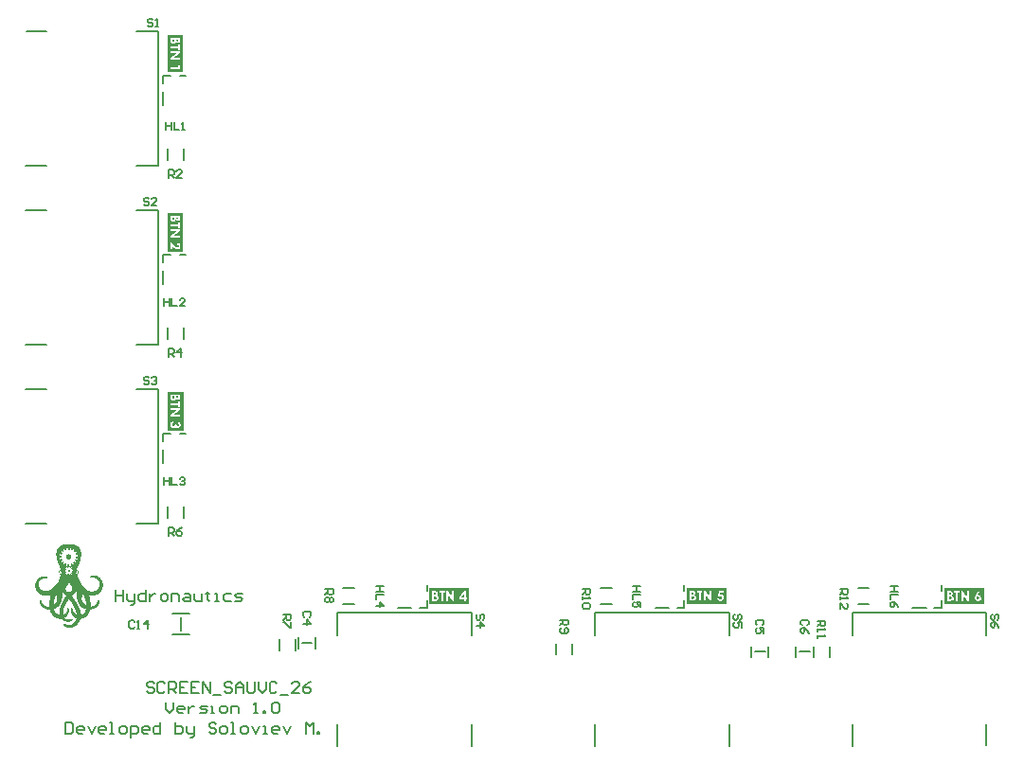
<source format=gto>
G04*
G04 #@! TF.GenerationSoftware,Altium Limited,Altium Designer,23.3.1 (30)*
G04*
G04 Layer_Color=65535*
%FSLAX44Y44*%
%MOMM*%
G71*
G04*
G04 #@! TF.SameCoordinates,77D199DB-A247-405A-9097-576A226775B8*
G04*
G04*
G04 #@! TF.FilePolarity,Positive*
G04*
G01*
G75*
%ADD10C,0.1500*%
%ADD11C,0.2000*%
G36*
X44071Y183836D02*
X45004D01*
Y183743D01*
X45563D01*
Y183649D01*
X46123D01*
Y183556D01*
X46589D01*
Y183463D01*
X46963D01*
Y183369D01*
X47242D01*
Y183276D01*
X47616D01*
Y183183D01*
X47895D01*
Y183090D01*
X48082D01*
Y182996D01*
X48362D01*
Y182903D01*
X48548D01*
Y182810D01*
X48828D01*
Y182716D01*
X49015D01*
Y182623D01*
X49108D01*
Y182530D01*
X49295D01*
Y182437D01*
X49481D01*
Y182343D01*
X49668D01*
Y182250D01*
X49854D01*
Y182157D01*
X49948D01*
Y182063D01*
X50041D01*
Y181970D01*
X50228D01*
Y181877D01*
X50321D01*
Y181784D01*
X50507D01*
Y181690D01*
X50601D01*
Y181597D01*
X50694D01*
Y181504D01*
X50787D01*
Y181410D01*
X50881D01*
Y181317D01*
X50974D01*
Y181224D01*
X51067D01*
Y181131D01*
X51160D01*
Y181037D01*
X51254D01*
Y180944D01*
X51347D01*
Y180851D01*
X51440D01*
Y180757D01*
X51534D01*
Y180664D01*
X51627D01*
Y180571D01*
X51720D01*
Y180384D01*
X51813D01*
Y180291D01*
X51907D01*
Y180105D01*
X52000D01*
Y180011D01*
X52093D01*
Y179825D01*
X52187D01*
Y179731D01*
X52280D01*
Y179545D01*
X52373D01*
Y179358D01*
X52466D01*
Y179172D01*
X52560D01*
Y178985D01*
X52653D01*
Y178705D01*
X52746D01*
Y178425D01*
X52839D01*
Y178239D01*
X52933D01*
Y177866D01*
X53026D01*
Y177493D01*
X53119D01*
Y177119D01*
X53213D01*
Y176560D01*
X53306D01*
Y175534D01*
X53399D01*
Y174228D01*
X53306D01*
Y173015D01*
X53213D01*
Y172269D01*
X53119D01*
Y171709D01*
X53026D01*
Y171243D01*
X52933D01*
Y170776D01*
X52839D01*
Y170310D01*
X52746D01*
Y169937D01*
X52653D01*
Y169563D01*
X52560D01*
Y169284D01*
X52466D01*
Y168910D01*
X52373D01*
Y168631D01*
X52280D01*
Y168351D01*
X52187D01*
Y167978D01*
X52093D01*
Y167698D01*
X52000D01*
Y167418D01*
X51907D01*
Y167138D01*
X51813D01*
Y166858D01*
X51720D01*
Y166672D01*
X51627D01*
Y166392D01*
X51534D01*
Y166112D01*
X51440D01*
Y165832D01*
X51347D01*
Y165646D01*
X51254D01*
Y165366D01*
X51160D01*
Y165179D01*
X51067D01*
Y164899D01*
X50974D01*
Y164713D01*
X50881D01*
Y164526D01*
X50787D01*
Y164246D01*
X50694D01*
Y164060D01*
X50601D01*
Y163873D01*
X50507D01*
Y163687D01*
X50414D01*
Y163407D01*
X50321D01*
Y163220D01*
X50228D01*
Y163034D01*
X50134D01*
Y162847D01*
X50041D01*
Y162660D01*
X49948D01*
Y162474D01*
X49854D01*
Y162287D01*
X49761D01*
Y162101D01*
X49668D01*
Y161914D01*
X49575D01*
Y161728D01*
X49481D01*
Y161541D01*
X49388D01*
Y161261D01*
X49575D01*
Y161168D01*
X49668D01*
Y161075D01*
X49761D01*
Y160981D01*
X49854D01*
Y160888D01*
X49948D01*
Y160795D01*
X50041D01*
Y160702D01*
X50134D01*
Y160608D01*
X50228D01*
Y160515D01*
X50321D01*
Y160328D01*
X50414D01*
Y160235D01*
X50507D01*
Y160049D01*
X50601D01*
Y159862D01*
X50694D01*
Y159582D01*
X50787D01*
Y159302D01*
X50881D01*
Y158090D01*
X50787D01*
Y157810D01*
X50694D01*
Y157530D01*
X50601D01*
Y157343D01*
X50507D01*
Y157250D01*
X50414D01*
Y157063D01*
X50321D01*
Y156784D01*
X50228D01*
Y156597D01*
X50134D01*
Y156317D01*
X50041D01*
Y156131D01*
X49948D01*
Y155851D01*
X50041D01*
Y155571D01*
X50134D01*
Y155384D01*
X50228D01*
Y155105D01*
X50321D01*
Y154825D01*
X50414D01*
Y154638D01*
X50507D01*
Y154358D01*
X50601D01*
Y154172D01*
X50694D01*
Y153892D01*
X50787D01*
Y153705D01*
X50881D01*
Y153519D01*
X50974D01*
Y153239D01*
X51067D01*
Y153052D01*
X51160D01*
Y152866D01*
X51254D01*
Y152586D01*
X51347D01*
Y152399D01*
X51440D01*
Y152213D01*
X51534D01*
Y152026D01*
X51627D01*
Y151746D01*
X51720D01*
Y151560D01*
X51813D01*
Y151373D01*
X51907D01*
Y151187D01*
X52000D01*
Y151000D01*
X52093D01*
Y150813D01*
X52187D01*
Y150627D01*
X52280D01*
Y150440D01*
X52373D01*
Y150254D01*
X52466D01*
Y150067D01*
X52560D01*
Y149881D01*
X52653D01*
Y149694D01*
X52746D01*
Y149507D01*
X52839D01*
Y149414D01*
X52933D01*
Y149228D01*
X53026D01*
Y149041D01*
X53119D01*
Y148855D01*
X53213D01*
Y148761D01*
X53306D01*
Y148575D01*
X53399D01*
Y148388D01*
X53492D01*
Y148202D01*
X53586D01*
Y148108D01*
X53679D01*
Y147922D01*
X53772D01*
Y147828D01*
X53866D01*
Y147642D01*
X53959D01*
Y147549D01*
X54052D01*
Y147362D01*
X54145D01*
Y147175D01*
X54239D01*
Y147082D01*
X54332D01*
Y146896D01*
X54425D01*
Y146802D01*
X54519D01*
Y146709D01*
X54612D01*
Y146522D01*
X54705D01*
Y146429D01*
X54798D01*
Y146243D01*
X54892D01*
Y146149D01*
X54985D01*
Y146056D01*
X55078D01*
Y145869D01*
X55172D01*
Y145776D01*
X55265D01*
Y145683D01*
X55358D01*
Y145590D01*
X55451D01*
Y145496D01*
X55545D01*
Y145310D01*
X55638D01*
Y145216D01*
X55731D01*
Y145123D01*
X55825D01*
Y145030D01*
X55918D01*
Y144937D01*
X56011D01*
Y144750D01*
X56104D01*
Y144657D01*
X56198D01*
Y144563D01*
X56291D01*
Y144470D01*
X56384D01*
Y144377D01*
X56478D01*
Y144284D01*
X56571D01*
Y144190D01*
X56664D01*
Y144097D01*
X56757D01*
Y144004D01*
X56851D01*
Y143910D01*
X56944D01*
Y143817D01*
X57037D01*
Y143724D01*
X57131D01*
Y143631D01*
X57317D01*
Y143537D01*
X57410D01*
Y143444D01*
X57504D01*
Y143351D01*
X57597D01*
Y143257D01*
X57690D01*
Y143164D01*
X57877D01*
Y143071D01*
X57970D01*
Y142978D01*
X58063D01*
Y142884D01*
X58250D01*
Y142791D01*
X58343D01*
Y142698D01*
X58530D01*
Y142605D01*
X58623D01*
Y142511D01*
X58810D01*
Y142418D01*
X58996D01*
Y142325D01*
X59183D01*
Y142231D01*
X59276D01*
Y142138D01*
X59556D01*
Y142045D01*
X59742D01*
Y141952D01*
X59929D01*
Y141858D01*
X60209D01*
Y141765D01*
X60489D01*
Y141672D01*
X60862D01*
Y141578D01*
X61328D01*
Y141485D01*
X62168D01*
Y141392D01*
X63287D01*
Y141485D01*
X64220D01*
Y141578D01*
X64687D01*
Y141672D01*
X65060D01*
Y141765D01*
X65339D01*
Y141858D01*
X65619D01*
Y141952D01*
X65899D01*
Y142045D01*
X66086D01*
Y142138D01*
X66272D01*
Y142231D01*
X66459D01*
Y142325D01*
X66645D01*
Y142418D01*
X66739D01*
Y142511D01*
X66925D01*
Y142605D01*
X67019D01*
Y142698D01*
X67205D01*
Y142791D01*
X67298D01*
Y142884D01*
X67392D01*
Y142978D01*
X67485D01*
Y143071D01*
X67578D01*
Y143164D01*
X67672D01*
Y143257D01*
X67765D01*
Y143351D01*
X67858D01*
Y143444D01*
X67951D01*
Y143537D01*
X68045D01*
Y143631D01*
X68138D01*
Y143724D01*
X68231D01*
Y143817D01*
X68325D01*
Y144004D01*
X68418D01*
Y144097D01*
X68511D01*
Y144284D01*
X68604D01*
Y144470D01*
X68698D01*
Y144563D01*
X68791D01*
Y144750D01*
X68884D01*
Y144937D01*
X68978D01*
Y145216D01*
X69071D01*
Y145403D01*
X69164D01*
Y145683D01*
X69257D01*
Y145963D01*
X69351D01*
Y146336D01*
X69444D01*
Y146896D01*
X69537D01*
Y148948D01*
X69444D01*
Y149507D01*
X69351D01*
Y149787D01*
X69257D01*
Y150160D01*
X69164D01*
Y150440D01*
X69071D01*
Y150627D01*
X68978D01*
Y150813D01*
X68884D01*
Y151000D01*
X68791D01*
Y151187D01*
X68698D01*
Y151373D01*
X68604D01*
Y151466D01*
X68511D01*
Y151560D01*
X68418D01*
Y151746D01*
X68325D01*
Y151840D01*
X68231D01*
Y151933D01*
X68138D01*
Y152026D01*
X68045D01*
Y152119D01*
X67951D01*
Y152213D01*
X67858D01*
Y152306D01*
X67765D01*
Y152399D01*
X67672D01*
Y152493D01*
X67485D01*
Y152586D01*
X67392D01*
Y152679D01*
X67298D01*
Y152772D01*
X67112D01*
Y152866D01*
X67019D01*
Y152959D01*
X66832D01*
Y153052D01*
X66645D01*
Y153146D01*
X66459D01*
Y153239D01*
X66179D01*
Y153332D01*
X65992D01*
Y153425D01*
X65713D01*
Y153519D01*
X65433D01*
Y153612D01*
X65060D01*
Y153705D01*
X64687D01*
Y153799D01*
X64127D01*
Y153892D01*
X62075D01*
Y153985D01*
X61888D01*
Y154078D01*
X61701D01*
Y154265D01*
X61608D01*
Y154545D01*
X61701D01*
Y154731D01*
X61795D01*
Y154918D01*
X61888D01*
Y155011D01*
X61981D01*
Y155105D01*
X62168D01*
Y155198D01*
X62261D01*
Y155291D01*
X62448D01*
Y155384D01*
X62634D01*
Y155478D01*
X62914D01*
Y155571D01*
X63287D01*
Y155664D01*
X63847D01*
Y155757D01*
X65433D01*
Y155664D01*
X65992D01*
Y155571D01*
X66366D01*
Y155478D01*
X66739D01*
Y155384D01*
X67019D01*
Y155291D01*
X67298D01*
Y155198D01*
X67578D01*
Y155105D01*
X67765D01*
Y155011D01*
X67951D01*
Y154918D01*
X68138D01*
Y154825D01*
X68325D01*
Y154731D01*
X68511D01*
Y154638D01*
X68604D01*
Y154545D01*
X68791D01*
Y154452D01*
X68978D01*
Y154358D01*
X69071D01*
Y154265D01*
X69257D01*
Y154172D01*
X69351D01*
Y154078D01*
X69444D01*
Y153985D01*
X69537D01*
Y153892D01*
X69724D01*
Y153799D01*
X69817D01*
Y153705D01*
X69910D01*
Y153612D01*
X70004D01*
Y153519D01*
X70097D01*
Y153425D01*
X70190D01*
Y153332D01*
X70284D01*
Y153239D01*
X70377D01*
Y153146D01*
X70470D01*
Y153052D01*
X70563D01*
Y152959D01*
X70657D01*
Y152866D01*
X70750D01*
Y152679D01*
X70843D01*
Y152586D01*
X70937D01*
Y152493D01*
X71030D01*
Y152399D01*
X71123D01*
Y152213D01*
X71216D01*
Y152119D01*
X71310D01*
Y151933D01*
X71403D01*
Y151746D01*
X71496D01*
Y151653D01*
X71589D01*
Y151466D01*
X71683D01*
Y151280D01*
X71776D01*
Y151093D01*
X71869D01*
Y150907D01*
X71963D01*
Y150720D01*
X72056D01*
Y150440D01*
X72149D01*
Y150254D01*
X72242D01*
Y149974D01*
X72336D01*
Y149694D01*
X72429D01*
Y149414D01*
X72522D01*
Y149041D01*
X72616D01*
Y148575D01*
X72709D01*
Y148015D01*
X72802D01*
Y145590D01*
X72709D01*
Y145030D01*
X72616D01*
Y144657D01*
X72522D01*
Y144284D01*
X72429D01*
Y144004D01*
X72336D01*
Y143724D01*
X72242D01*
Y143444D01*
X72149D01*
Y143257D01*
X72056D01*
Y142978D01*
X71963D01*
Y142791D01*
X71869D01*
Y142605D01*
X71776D01*
Y142418D01*
X71683D01*
Y142231D01*
X71589D01*
Y142138D01*
X71496D01*
Y141952D01*
X71403D01*
Y141765D01*
X71310D01*
Y141672D01*
X71216D01*
Y141485D01*
X71123D01*
Y141392D01*
X71030D01*
Y141205D01*
X70937D01*
Y141112D01*
X70843D01*
Y140925D01*
X70750D01*
Y140832D01*
X70657D01*
Y140739D01*
X70563D01*
Y140646D01*
X70470D01*
Y140552D01*
X70377D01*
Y140366D01*
X70284D01*
Y140272D01*
X70190D01*
Y140179D01*
X70097D01*
Y140086D01*
X70004D01*
Y139993D01*
X69817D01*
Y139899D01*
X69724D01*
Y139806D01*
X69631D01*
Y139713D01*
X69537D01*
Y139619D01*
X69351D01*
Y139526D01*
X69257D01*
Y139433D01*
X69164D01*
Y139340D01*
X68978D01*
Y139246D01*
X68791D01*
Y139153D01*
X68698D01*
Y139060D01*
X68511D01*
Y138966D01*
X68325D01*
Y138873D01*
X68138D01*
Y138780D01*
X67951D01*
Y138687D01*
X67672D01*
Y138593D01*
X67485D01*
Y138500D01*
X67205D01*
Y138407D01*
X66925D01*
Y138313D01*
X66645D01*
Y138220D01*
X66366D01*
Y138127D01*
X65992D01*
Y138034D01*
X65526D01*
Y137940D01*
X65060D01*
Y137847D01*
X64407D01*
Y137754D01*
X63567D01*
Y137660D01*
X61981D01*
Y137567D01*
X61422D01*
Y137660D01*
X60582D01*
Y137474D01*
X60675D01*
Y137101D01*
X60769D01*
Y136728D01*
X60862D01*
Y136261D01*
X60955D01*
Y135888D01*
X61048D01*
Y135422D01*
X61142D01*
Y134955D01*
X61235D01*
Y134489D01*
X61328D01*
Y133929D01*
X61422D01*
Y133369D01*
X61515D01*
Y132716D01*
X61608D01*
Y132063D01*
X61701D01*
Y131037D01*
X61795D01*
Y127959D01*
X62728D01*
Y128052D01*
X63287D01*
Y128146D01*
X63754D01*
Y128239D01*
X64034D01*
Y128332D01*
X64313D01*
Y128425D01*
X64500D01*
Y128519D01*
X64687D01*
Y128612D01*
X64873D01*
Y128705D01*
X65060D01*
Y128799D01*
X65246D01*
Y128892D01*
X65339D01*
Y128985D01*
X65526D01*
Y129078D01*
X65619D01*
Y129172D01*
X65713D01*
Y129265D01*
X65806D01*
Y129358D01*
X65899D01*
Y129452D01*
X66086D01*
Y129545D01*
X66179D01*
Y129638D01*
X66272D01*
Y129825D01*
X66366D01*
Y129918D01*
X66459D01*
Y130011D01*
X66552D01*
Y130105D01*
X66645D01*
Y130291D01*
X66739D01*
Y130384D01*
X66832D01*
Y130478D01*
X66925D01*
Y130664D01*
X67019D01*
Y130851D01*
X67112D01*
Y130944D01*
X67205D01*
Y131131D01*
X67298D01*
Y131317D01*
X67392D01*
Y131597D01*
X67485D01*
Y131784D01*
X67578D01*
Y132063D01*
X67672D01*
Y132437D01*
X67765D01*
Y133090D01*
X67858D01*
Y133369D01*
X67951D01*
Y133556D01*
X68045D01*
Y133743D01*
X68138D01*
Y133836D01*
X68231D01*
Y133929D01*
X68698D01*
Y133836D01*
X68884D01*
Y133743D01*
X68978D01*
Y133649D01*
X69071D01*
Y133556D01*
X69164D01*
Y133463D01*
X69257D01*
Y133276D01*
X69351D01*
Y133090D01*
X69444D01*
Y132716D01*
X69537D01*
Y131317D01*
X69444D01*
Y130851D01*
X69351D01*
Y130571D01*
X69257D01*
Y130291D01*
X69164D01*
Y130011D01*
X69071D01*
Y129825D01*
X68978D01*
Y129638D01*
X68884D01*
Y129452D01*
X68791D01*
Y129265D01*
X68698D01*
Y129172D01*
X68604D01*
Y128985D01*
X68511D01*
Y128892D01*
X68418D01*
Y128705D01*
X68325D01*
Y128612D01*
X68231D01*
Y128519D01*
X68138D01*
Y128332D01*
X68045D01*
Y128239D01*
X67951D01*
Y128146D01*
X67858D01*
Y128052D01*
X67765D01*
Y127959D01*
X67672D01*
Y127866D01*
X67578D01*
Y127772D01*
X67485D01*
Y127679D01*
X67392D01*
Y127586D01*
X67298D01*
Y127493D01*
X67205D01*
Y127399D01*
X67019D01*
Y127306D01*
X66925D01*
Y127213D01*
X66832D01*
Y127119D01*
X66645D01*
Y127026D01*
X66552D01*
Y126933D01*
X66366D01*
Y126840D01*
X66272D01*
Y126746D01*
X66086D01*
Y126653D01*
X65992D01*
Y126560D01*
X65806D01*
Y126466D01*
X65619D01*
Y126373D01*
X65433D01*
Y126280D01*
X65246D01*
Y126187D01*
X65060D01*
Y126093D01*
X64873D01*
Y126000D01*
X64593D01*
Y125907D01*
X64313D01*
Y125813D01*
X64034D01*
Y125720D01*
X63660D01*
Y125627D01*
X63287D01*
Y125534D01*
X62821D01*
Y125440D01*
X62261D01*
Y125347D01*
X61422D01*
Y125067D01*
X61328D01*
Y124694D01*
X61235D01*
Y124321D01*
X61142D01*
Y124134D01*
X61048D01*
Y123855D01*
X60955D01*
Y123668D01*
X60862D01*
Y123388D01*
X60769D01*
Y123202D01*
X60675D01*
Y123015D01*
X60582D01*
Y122828D01*
X60489D01*
Y122642D01*
X60395D01*
Y122455D01*
X60302D01*
Y122269D01*
X60209D01*
Y122082D01*
X60116D01*
Y121989D01*
X60022D01*
Y121802D01*
X59929D01*
Y121616D01*
X59836D01*
Y121522D01*
X59742D01*
Y121336D01*
X59649D01*
Y121243D01*
X59556D01*
Y121056D01*
X59463D01*
Y120963D01*
X59369D01*
Y120776D01*
X59276D01*
Y120683D01*
X59183D01*
Y120590D01*
X59089D01*
Y120403D01*
X58996D01*
Y120310D01*
X58903D01*
Y120216D01*
X58810D01*
Y120123D01*
X58716D01*
Y120030D01*
X58623D01*
Y119843D01*
X58530D01*
Y119750D01*
X58437D01*
Y119657D01*
X58343D01*
Y119563D01*
X58250D01*
Y119470D01*
X58157D01*
Y119377D01*
X58063D01*
Y119284D01*
X57970D01*
Y119190D01*
X57877D01*
Y119097D01*
X57784D01*
Y119004D01*
X57690D01*
Y118910D01*
X57504D01*
Y118817D01*
X57410D01*
Y118724D01*
X57317D01*
Y118631D01*
X57224D01*
Y118537D01*
X57037D01*
Y118444D01*
X56944D01*
Y118351D01*
X56757D01*
Y118257D01*
X56664D01*
Y118164D01*
X56478D01*
Y118071D01*
X56384D01*
Y117978D01*
X56198D01*
Y117884D01*
X56011D01*
Y117791D01*
X55825D01*
Y117698D01*
X55638D01*
Y117605D01*
X55451D01*
Y117511D01*
X55265D01*
Y117418D01*
X54985D01*
Y117325D01*
X54705D01*
Y117231D01*
X54332D01*
Y117138D01*
X53959D01*
Y117045D01*
X53399D01*
Y116952D01*
X52746D01*
Y116858D01*
X52653D01*
Y116578D01*
X52560D01*
Y116392D01*
X52466D01*
Y116205D01*
X52373D01*
Y116019D01*
X52280D01*
Y115832D01*
X52187D01*
Y115739D01*
X52093D01*
Y115552D01*
X52000D01*
Y115366D01*
X51907D01*
Y115179D01*
X51813D01*
Y115086D01*
X51720D01*
Y114899D01*
X51627D01*
Y114713D01*
X51534D01*
Y114526D01*
X51440D01*
Y114433D01*
X51347D01*
Y114246D01*
X51254D01*
Y114060D01*
X51160D01*
Y113966D01*
X51067D01*
Y113780D01*
X50974D01*
Y113593D01*
X50881D01*
Y113500D01*
X50787D01*
Y113313D01*
X50694D01*
Y113127D01*
X50601D01*
Y113034D01*
X50507D01*
Y112847D01*
X50414D01*
Y112660D01*
X50321D01*
Y112567D01*
X50228D01*
Y112381D01*
X50134D01*
Y112287D01*
X50041D01*
Y112194D01*
X49948D01*
Y112007D01*
X49854D01*
Y111914D01*
X49761D01*
Y111821D01*
X49668D01*
Y111728D01*
X49575D01*
Y111541D01*
X49481D01*
Y111448D01*
X49388D01*
Y111355D01*
X49295D01*
Y111261D01*
X49201D01*
Y111168D01*
X49108D01*
Y111075D01*
X49015D01*
Y110981D01*
X48828D01*
Y110888D01*
X48735D01*
Y110795D01*
X48642D01*
Y110702D01*
X48548D01*
Y110608D01*
X48362D01*
Y110515D01*
X48269D01*
Y110422D01*
X48175D01*
Y110328D01*
X47989D01*
Y110235D01*
X47895D01*
Y110142D01*
X47709D01*
Y110049D01*
X47522D01*
Y109955D01*
X47336D01*
Y109862D01*
X47149D01*
Y109769D01*
X46963D01*
Y109675D01*
X46776D01*
Y109582D01*
X46589D01*
Y109489D01*
X46310D01*
Y109396D01*
X46030D01*
Y109302D01*
X45750D01*
Y109209D01*
X45377D01*
Y109116D01*
X44910D01*
Y109022D01*
X44444D01*
Y108929D01*
X42019D01*
Y109022D01*
X41366D01*
Y109116D01*
X40992D01*
Y109209D01*
X40619D01*
Y109302D01*
X40339D01*
Y109396D01*
X40060D01*
Y109489D01*
X39780D01*
Y109582D01*
X39593D01*
Y109675D01*
X39407D01*
Y109769D01*
X39220D01*
Y109862D01*
X39127D01*
Y109955D01*
X38940D01*
Y110049D01*
X38847D01*
Y110142D01*
X38660D01*
Y110235D01*
X38567D01*
Y110328D01*
X38474D01*
Y110422D01*
X38381D01*
Y110515D01*
X38194D01*
Y110702D01*
X38101D01*
Y110795D01*
X38007D01*
Y110888D01*
X37914D01*
Y110981D01*
X37821D01*
Y111168D01*
X37728D01*
Y111355D01*
X37634D01*
Y111634D01*
X37541D01*
Y112007D01*
X37634D01*
Y112101D01*
X37728D01*
Y112194D01*
X37914D01*
Y112287D01*
X39034D01*
Y112194D01*
X39500D01*
Y112101D01*
X39873D01*
Y112007D01*
X40153D01*
Y111914D01*
X40526D01*
Y111821D01*
X40806D01*
Y111728D01*
X41086D01*
Y111634D01*
X41366D01*
Y111541D01*
X41739D01*
Y111448D01*
X42392D01*
Y111355D01*
X42578D01*
Y111448D01*
X43511D01*
Y111541D01*
X43884D01*
Y111634D01*
X44164D01*
Y111728D01*
X44351D01*
Y111821D01*
X44537D01*
Y111914D01*
X44817D01*
Y112007D01*
X44910D01*
Y112101D01*
X45097D01*
Y112194D01*
X45284D01*
Y112287D01*
X45377D01*
Y112381D01*
X45563D01*
Y112474D01*
X45657D01*
Y112567D01*
X45750D01*
Y112660D01*
X45937D01*
Y112754D01*
X46030D01*
Y112847D01*
X46123D01*
Y112940D01*
X46216D01*
Y113034D01*
X46310D01*
Y113127D01*
X46403D01*
Y113220D01*
X46496D01*
Y113313D01*
X46589D01*
Y113407D01*
X46683D01*
Y113500D01*
X46776D01*
Y113593D01*
X46869D01*
Y113687D01*
X46963D01*
Y113780D01*
X47056D01*
Y113873D01*
X47149D01*
Y113966D01*
X47242D01*
Y114060D01*
X47336D01*
Y114246D01*
X47429D01*
Y114340D01*
X47522D01*
Y114433D01*
X47616D01*
Y114526D01*
X47709D01*
Y114713D01*
X47802D01*
Y114806D01*
X47895D01*
Y114899D01*
X47989D01*
Y115086D01*
X48082D01*
Y115179D01*
X48175D01*
Y115366D01*
X48269D01*
Y115552D01*
X48362D01*
Y115646D01*
X48455D01*
Y115832D01*
X48548D01*
Y116019D01*
X48642D01*
Y116205D01*
X48735D01*
Y116299D01*
X48828D01*
Y116578D01*
X48922D01*
Y116765D01*
X49015D01*
Y116952D01*
X49108D01*
Y117231D01*
X49201D01*
Y117325D01*
X49015D01*
Y117418D01*
X48735D01*
Y117511D01*
X48548D01*
Y117605D01*
X48269D01*
Y117698D01*
X48175D01*
Y117791D01*
X47989D01*
Y117884D01*
X47802D01*
Y117978D01*
X47616D01*
Y118071D01*
X47522D01*
Y118164D01*
X47336D01*
Y118257D01*
X47242D01*
Y118351D01*
X47149D01*
Y118444D01*
X46963D01*
Y118537D01*
X46869D01*
Y118631D01*
X46776D01*
Y118724D01*
X46683D01*
Y118817D01*
X46589D01*
Y118910D01*
X46496D01*
Y119004D01*
X46403D01*
Y119097D01*
X46310D01*
Y119190D01*
X46216D01*
Y119284D01*
X46123D01*
Y119377D01*
X46030D01*
Y119470D01*
X45937D01*
Y119563D01*
X45843D01*
Y119657D01*
X45750D01*
Y119843D01*
X45657D01*
Y119937D01*
X45563D01*
Y120030D01*
X45470D01*
Y120216D01*
X45377D01*
Y120310D01*
X45284D01*
Y120496D01*
X45190D01*
Y120683D01*
X45097D01*
Y120869D01*
X45004D01*
Y120963D01*
X44910D01*
Y121149D01*
X44817D01*
Y121336D01*
X44724D01*
Y121616D01*
X44631D01*
Y121802D01*
X44537D01*
Y122082D01*
X44444D01*
Y122362D01*
X44351D01*
Y122642D01*
X44257D01*
Y123015D01*
X44164D01*
Y123388D01*
X44071D01*
Y124041D01*
X43978D01*
Y125254D01*
X44071D01*
Y125720D01*
X44164D01*
Y125907D01*
X44257D01*
Y126093D01*
X44351D01*
Y126187D01*
X44444D01*
Y126280D01*
X44537D01*
Y126373D01*
X44631D01*
Y126466D01*
X44817D01*
Y126560D01*
X45097D01*
Y126466D01*
X45284D01*
Y126373D01*
X45377D01*
Y126187D01*
X45470D01*
Y126000D01*
X45563D01*
Y125720D01*
X45657D01*
Y125160D01*
X45750D01*
Y124694D01*
X45843D01*
Y124507D01*
X45937D01*
Y124228D01*
X46030D01*
Y123948D01*
X46123D01*
Y123761D01*
X46216D01*
Y123668D01*
X46310D01*
Y123481D01*
X46403D01*
Y123295D01*
X46496D01*
Y123108D01*
X46589D01*
Y123015D01*
X46683D01*
Y122828D01*
X46776D01*
Y122735D01*
X46869D01*
Y122642D01*
X46963D01*
Y122549D01*
X47056D01*
Y122362D01*
X47149D01*
Y122269D01*
X47242D01*
Y122175D01*
X47336D01*
Y122082D01*
X47429D01*
Y121989D01*
X47522D01*
Y121896D01*
X47709D01*
Y121802D01*
X47802D01*
Y121709D01*
X47895D01*
Y121616D01*
X48082D01*
Y121522D01*
X48175D01*
Y121429D01*
X48362D01*
Y121336D01*
X48455D01*
Y121243D01*
X48642D01*
Y121149D01*
X48828D01*
Y121056D01*
X49108D01*
Y120963D01*
X49295D01*
Y120869D01*
X49388D01*
Y121056D01*
X49295D01*
Y121522D01*
X49201D01*
Y121989D01*
X49108D01*
Y122362D01*
X49015D01*
Y122735D01*
X48922D01*
Y123015D01*
X48828D01*
Y123295D01*
X48735D01*
Y123575D01*
X48642D01*
Y123855D01*
X48548D01*
Y124134D01*
X48455D01*
Y124414D01*
X48362D01*
Y124601D01*
X48269D01*
Y124881D01*
X48175D01*
Y125067D01*
X48082D01*
Y125347D01*
X47989D01*
Y125534D01*
X47895D01*
Y125720D01*
X47802D01*
Y126000D01*
X47709D01*
Y126187D01*
X47616D01*
Y126373D01*
X47522D01*
Y126560D01*
X47429D01*
Y126746D01*
X47336D01*
Y126933D01*
X47242D01*
Y127119D01*
X47149D01*
Y127306D01*
X47056D01*
Y127493D01*
X46963D01*
Y127679D01*
X46869D01*
Y127866D01*
X46776D01*
Y128052D01*
X46683D01*
Y128239D01*
X46589D01*
Y128425D01*
X46496D01*
Y128519D01*
X46403D01*
Y128705D01*
X46310D01*
Y128892D01*
X46216D01*
Y129078D01*
X46123D01*
Y129265D01*
X46030D01*
Y129358D01*
X45937D01*
Y129545D01*
X45843D01*
Y129731D01*
X45750D01*
Y129825D01*
X45657D01*
Y130011D01*
X45563D01*
Y130198D01*
X45470D01*
Y130291D01*
X45377D01*
Y130478D01*
X45284D01*
Y130664D01*
X45190D01*
Y130757D01*
X45097D01*
Y130944D01*
X45004D01*
Y131131D01*
X44910D01*
Y131224D01*
X44817D01*
Y131410D01*
X44724D01*
Y131504D01*
X44631D01*
Y131690D01*
X44537D01*
Y131784D01*
X44444D01*
Y131970D01*
X44351D01*
Y132063D01*
X44257D01*
Y132250D01*
X44164D01*
Y132343D01*
X44071D01*
Y132530D01*
X43978D01*
Y132623D01*
X43884D01*
Y132810D01*
X43791D01*
Y132903D01*
X43698D01*
Y133090D01*
X43604D01*
Y133183D01*
X43511D01*
Y133276D01*
X43418D01*
Y133463D01*
X43325D01*
Y133556D01*
X43231D01*
Y133743D01*
X43138D01*
Y133836D01*
X43045D01*
Y133929D01*
X42951D01*
Y134116D01*
X42858D01*
Y134209D01*
X42765D01*
Y134302D01*
X42672D01*
Y134489D01*
X42578D01*
Y134582D01*
X42485D01*
Y134675D01*
X42392D01*
Y134489D01*
X42298D01*
Y134396D01*
X42205D01*
Y134302D01*
X42112D01*
Y134116D01*
X42019D01*
Y134022D01*
X41925D01*
Y133929D01*
X41832D01*
Y133743D01*
X41739D01*
Y133649D01*
X41645D01*
Y133556D01*
X41552D01*
Y133369D01*
X41459D01*
Y133276D01*
X41366D01*
Y133090D01*
X41272D01*
Y132996D01*
X41179D01*
Y132810D01*
X41086D01*
Y132716D01*
X40992D01*
Y132530D01*
X40899D01*
Y132437D01*
X40806D01*
Y132250D01*
X40713D01*
Y132157D01*
X40619D01*
Y131970D01*
X40526D01*
Y131877D01*
X40433D01*
Y131690D01*
X40339D01*
Y131597D01*
X40246D01*
Y131410D01*
X40153D01*
Y131224D01*
X40060D01*
Y131131D01*
X39966D01*
Y130944D01*
X39873D01*
Y130757D01*
X39780D01*
Y130571D01*
X39687D01*
Y130384D01*
X39593D01*
Y130291D01*
X39500D01*
Y130105D01*
X39407D01*
Y129918D01*
X39313D01*
Y129731D01*
X39220D01*
Y129545D01*
X39127D01*
Y129358D01*
X39034D01*
Y129172D01*
X38940D01*
Y128985D01*
X38847D01*
Y128705D01*
X38754D01*
Y128519D01*
X38660D01*
Y128332D01*
X38567D01*
Y128052D01*
X38474D01*
Y127866D01*
X38381D01*
Y127586D01*
X38287D01*
Y127306D01*
X38194D01*
Y127026D01*
X38101D01*
Y126840D01*
X38007D01*
Y126466D01*
X37914D01*
Y126187D01*
X37821D01*
Y125813D01*
X37728D01*
Y125440D01*
X37634D01*
Y124974D01*
X37541D01*
Y124507D01*
X37448D01*
Y123668D01*
X37355D01*
Y122175D01*
X37448D01*
Y121429D01*
X37541D01*
Y121056D01*
X37821D01*
Y121149D01*
X38101D01*
Y121243D01*
X38381D01*
Y121336D01*
X38567D01*
Y121429D01*
X38754D01*
Y121522D01*
X38940D01*
Y121616D01*
X39034D01*
Y121709D01*
X39220D01*
Y121802D01*
X39313D01*
Y121896D01*
X39407D01*
Y121989D01*
X39593D01*
Y122082D01*
X39687D01*
Y122175D01*
X39780D01*
Y122269D01*
X39873D01*
Y122455D01*
X39966D01*
Y122549D01*
X40060D01*
Y122642D01*
X40153D01*
Y122828D01*
X40246D01*
Y122922D01*
X40339D01*
Y123108D01*
X40433D01*
Y123295D01*
X40526D01*
Y123575D01*
X40619D01*
Y123855D01*
X40713D01*
Y124228D01*
X40806D01*
Y125160D01*
X40899D01*
Y125720D01*
X40992D01*
Y126000D01*
X41086D01*
Y126187D01*
X41179D01*
Y126373D01*
X41272D01*
Y126466D01*
X41459D01*
Y126560D01*
X41739D01*
Y126466D01*
X41925D01*
Y126373D01*
X42019D01*
Y126280D01*
X42205D01*
Y126093D01*
X42298D01*
Y126000D01*
X42392D01*
Y125720D01*
X42485D01*
Y125254D01*
X42578D01*
Y124041D01*
X42485D01*
Y123388D01*
X42392D01*
Y122922D01*
X42298D01*
Y122642D01*
X42205D01*
Y122362D01*
X42112D01*
Y122082D01*
X42019D01*
Y121802D01*
X41925D01*
Y121616D01*
X41832D01*
Y121336D01*
X41739D01*
Y121149D01*
X41645D01*
Y120963D01*
X41552D01*
Y120776D01*
X41459D01*
Y120683D01*
X41366D01*
Y120496D01*
X41272D01*
Y120310D01*
X41179D01*
Y120216D01*
X41086D01*
Y120030D01*
X40992D01*
Y119937D01*
X40899D01*
Y119843D01*
X40806D01*
Y119657D01*
X40713D01*
Y119563D01*
X40619D01*
Y119470D01*
X40526D01*
Y119377D01*
X40433D01*
Y119284D01*
X40339D01*
Y119190D01*
X40246D01*
Y119097D01*
X40153D01*
Y119004D01*
X40060D01*
Y118910D01*
X39966D01*
Y118817D01*
X39873D01*
Y118724D01*
X39780D01*
Y118631D01*
X39687D01*
Y118537D01*
X39593D01*
Y118444D01*
X39407D01*
Y118351D01*
X39313D01*
Y118257D01*
X39220D01*
Y118164D01*
X39034D01*
Y118071D01*
X38940D01*
Y117978D01*
X38754D01*
Y117884D01*
X38567D01*
Y117791D01*
X38660D01*
Y117698D01*
X38754D01*
Y117605D01*
X38847D01*
Y117511D01*
X38940D01*
Y117418D01*
X39127D01*
Y117325D01*
X39220D01*
Y117231D01*
X39407D01*
Y117138D01*
X39593D01*
Y117045D01*
X39780D01*
Y116952D01*
X39966D01*
Y116858D01*
X40246D01*
Y116765D01*
X40526D01*
Y116672D01*
X40899D01*
Y116578D01*
X42951D01*
Y116672D01*
X43511D01*
Y116765D01*
X44071D01*
Y116858D01*
X44724D01*
Y116952D01*
X45284D01*
Y116858D01*
X45657D01*
Y116765D01*
X45843D01*
Y116672D01*
X45937D01*
Y116578D01*
X46030D01*
Y116205D01*
X45937D01*
Y116019D01*
X45843D01*
Y115832D01*
X45750D01*
Y115739D01*
X45657D01*
Y115646D01*
X45563D01*
Y115552D01*
X45377D01*
Y115459D01*
X45284D01*
Y115366D01*
X45190D01*
Y115272D01*
X45004D01*
Y115179D01*
X44817D01*
Y115086D01*
X44631D01*
Y114993D01*
X44444D01*
Y114899D01*
X44257D01*
Y114806D01*
X43978D01*
Y114713D01*
X43698D01*
Y114619D01*
X43418D01*
Y114526D01*
X43045D01*
Y114433D01*
X42392D01*
Y114340D01*
X40619D01*
Y114433D01*
X40060D01*
Y114526D01*
X39687D01*
Y114619D01*
X39407D01*
Y114713D01*
X39127D01*
Y114806D01*
X38940D01*
Y114899D01*
X38660D01*
Y114993D01*
X38474D01*
Y115086D01*
X38287D01*
Y115179D01*
X38101D01*
Y115272D01*
X37914D01*
Y115366D01*
X37821D01*
Y115459D01*
X37634D01*
Y115552D01*
X37541D01*
Y115646D01*
X37355D01*
Y115739D01*
X37261D01*
Y115832D01*
X37168D01*
Y115925D01*
X36981D01*
Y116019D01*
X36888D01*
Y116112D01*
X36795D01*
Y116205D01*
X36702D01*
Y116299D01*
X36608D01*
Y116392D01*
X36422D01*
Y116485D01*
X36328D01*
Y116578D01*
X36235D01*
Y116672D01*
X36142D01*
Y116765D01*
X36049D01*
Y116952D01*
X35302D01*
Y116858D01*
X34183D01*
Y116952D01*
X33437D01*
Y117045D01*
X32970D01*
Y117138D01*
X32597D01*
Y117231D01*
X32224D01*
Y117325D01*
X31944D01*
Y117418D01*
X31757D01*
Y117511D01*
X31478D01*
Y117605D01*
X31291D01*
Y117698D01*
X31105D01*
Y117791D01*
X30918D01*
Y117884D01*
X30731D01*
Y117978D01*
X30545D01*
Y118071D01*
X30358D01*
Y118164D01*
X30265D01*
Y118257D01*
X30078D01*
Y118351D01*
X29892D01*
Y118444D01*
X29799D01*
Y118537D01*
X29705D01*
Y118631D01*
X29519D01*
Y118724D01*
X29425D01*
Y118817D01*
X29239D01*
Y118910D01*
X29146D01*
Y119004D01*
X29052D01*
Y119097D01*
X28959D01*
Y119190D01*
X28866D01*
Y119284D01*
X28679D01*
Y119377D01*
X28586D01*
Y119470D01*
X28493D01*
Y119563D01*
X28399D01*
Y119657D01*
X28306D01*
Y119750D01*
X28213D01*
Y119843D01*
X28119D01*
Y119937D01*
X28026D01*
Y120030D01*
X27933D01*
Y120123D01*
X27840D01*
Y120216D01*
X27746D01*
Y120310D01*
X27653D01*
Y120496D01*
X27560D01*
Y120590D01*
X27466D01*
Y120683D01*
X27373D01*
Y120776D01*
X27280D01*
Y120963D01*
X27187D01*
Y121056D01*
X27093D01*
Y121149D01*
X27000D01*
Y121336D01*
X26907D01*
Y121429D01*
X26813D01*
Y121522D01*
X26720D01*
Y121709D01*
X26627D01*
Y121802D01*
X26534D01*
Y121989D01*
X26440D01*
Y122175D01*
X26347D01*
Y122269D01*
X26254D01*
Y122455D01*
X26160D01*
Y122642D01*
X26067D01*
Y122828D01*
X25974D01*
Y123015D01*
X25881D01*
Y123202D01*
X25787D01*
Y123388D01*
X25694D01*
Y123668D01*
X25601D01*
Y123855D01*
X25507D01*
Y124134D01*
X25414D01*
Y124414D01*
X25321D01*
Y124694D01*
X25228D01*
Y125067D01*
X25134D01*
Y125254D01*
X24388D01*
Y125347D01*
X23549D01*
Y125440D01*
X22989D01*
Y125534D01*
X22522D01*
Y125627D01*
X22149D01*
Y125720D01*
X21776D01*
Y125813D01*
X21496D01*
Y125907D01*
X21216D01*
Y126000D01*
X21030D01*
Y126093D01*
X20750D01*
Y126187D01*
X20563D01*
Y126280D01*
X20377D01*
Y126373D01*
X20190D01*
Y126466D01*
X20097D01*
Y126560D01*
X19910D01*
Y126653D01*
X19724D01*
Y126746D01*
X19537D01*
Y126840D01*
X19444D01*
Y126933D01*
X19257D01*
Y127026D01*
X19164D01*
Y127119D01*
X18978D01*
Y127213D01*
X18884D01*
Y127306D01*
X18791D01*
Y127399D01*
X18698D01*
Y127493D01*
X18605D01*
Y127586D01*
X18418D01*
Y127679D01*
X18325D01*
Y127772D01*
X18231D01*
Y127866D01*
X18138D01*
Y127959D01*
X18045D01*
Y128052D01*
X17952D01*
Y128146D01*
X17858D01*
Y128332D01*
X17765D01*
Y128425D01*
X17672D01*
Y128519D01*
X17578D01*
Y128612D01*
X17485D01*
Y128799D01*
X17392D01*
Y128892D01*
X17299D01*
Y129078D01*
X17205D01*
Y129172D01*
X17112D01*
Y129358D01*
X17019D01*
Y129545D01*
X16925D01*
Y129731D01*
X16832D01*
Y129918D01*
X16739D01*
Y130105D01*
X16645D01*
Y130384D01*
X16552D01*
Y130664D01*
X16459D01*
Y131037D01*
X16366D01*
Y131504D01*
X16272D01*
Y132530D01*
X16366D01*
Y132996D01*
X16459D01*
Y133276D01*
X16552D01*
Y133369D01*
X16645D01*
Y133556D01*
X16739D01*
Y133649D01*
X16832D01*
Y133743D01*
X17019D01*
Y133836D01*
X17205D01*
Y133929D01*
X17578D01*
Y133836D01*
X17672D01*
Y133743D01*
X17765D01*
Y133649D01*
X17858D01*
Y133463D01*
X17952D01*
Y133183D01*
X18045D01*
Y132623D01*
X18138D01*
Y132157D01*
X18231D01*
Y131877D01*
X18325D01*
Y131690D01*
X18418D01*
Y131410D01*
X18511D01*
Y131224D01*
X18605D01*
Y131037D01*
X18698D01*
Y130851D01*
X18791D01*
Y130757D01*
X18884D01*
Y130571D01*
X18978D01*
Y130384D01*
X19071D01*
Y130291D01*
X19164D01*
Y130198D01*
X19257D01*
Y130011D01*
X19351D01*
Y129918D01*
X19444D01*
Y129825D01*
X19537D01*
Y129731D01*
X19631D01*
Y129638D01*
X19724D01*
Y129545D01*
X19817D01*
Y129452D01*
X19910D01*
Y129358D01*
X20004D01*
Y129265D01*
X20097D01*
Y129172D01*
X20190D01*
Y129078D01*
X20377D01*
Y128985D01*
X20470D01*
Y128892D01*
X20657D01*
Y128799D01*
X20750D01*
Y128705D01*
X20937D01*
Y128612D01*
X21123D01*
Y128519D01*
X21310D01*
Y128425D01*
X21496D01*
Y128332D01*
X21776D01*
Y128239D01*
X22149D01*
Y128146D01*
X22522D01*
Y128052D01*
X23269D01*
Y127959D01*
X24295D01*
Y128052D01*
X24761D01*
Y131037D01*
X24855D01*
Y132063D01*
X24948D01*
Y132716D01*
X25041D01*
Y133369D01*
X25134D01*
Y133929D01*
X25228D01*
Y134489D01*
X25321D01*
Y134955D01*
X25414D01*
Y135422D01*
X25507D01*
Y135888D01*
X25601D01*
Y136261D01*
X25694D01*
Y136634D01*
X25787D01*
Y137101D01*
X25881D01*
Y137474D01*
X25974D01*
Y137754D01*
X26067D01*
Y137940D01*
X25601D01*
Y137847D01*
X24948D01*
Y137754D01*
X24108D01*
Y137660D01*
X20657D01*
Y137754D01*
X20004D01*
Y137847D01*
X19444D01*
Y137940D01*
X19071D01*
Y138034D01*
X18698D01*
Y138127D01*
X18418D01*
Y138220D01*
X18138D01*
Y138313D01*
X17858D01*
Y138407D01*
X17672D01*
Y138500D01*
X17392D01*
Y138593D01*
X17205D01*
Y138687D01*
X17019D01*
Y138780D01*
X16832D01*
Y138873D01*
X16645D01*
Y138966D01*
X16459D01*
Y139060D01*
X16366D01*
Y139153D01*
X16179D01*
Y139246D01*
X16086D01*
Y139340D01*
X15899D01*
Y139433D01*
X15806D01*
Y139526D01*
X15713D01*
Y139619D01*
X15526D01*
Y139713D01*
X15433D01*
Y139806D01*
X15339D01*
Y139899D01*
X15246D01*
Y139993D01*
X15153D01*
Y140086D01*
X15060D01*
Y140179D01*
X14873D01*
Y140272D01*
X14780D01*
Y140366D01*
X14687D01*
Y140552D01*
X14593D01*
Y140646D01*
X14500D01*
Y140739D01*
X14407D01*
Y140832D01*
X14313D01*
Y140925D01*
X14220D01*
Y141019D01*
X14127D01*
Y141205D01*
X14034D01*
Y141299D01*
X13940D01*
Y141485D01*
X13847D01*
Y141578D01*
X13754D01*
Y141672D01*
X13660D01*
Y141858D01*
X13567D01*
Y141952D01*
X13474D01*
Y142138D01*
X13381D01*
Y142325D01*
X13287D01*
Y142418D01*
X13194D01*
Y142605D01*
X13101D01*
Y142791D01*
X13007D01*
Y142978D01*
X12914D01*
Y143257D01*
X12821D01*
Y143444D01*
X12728D01*
Y143631D01*
X12634D01*
Y143910D01*
X12541D01*
Y144190D01*
X12448D01*
Y144563D01*
X12355D01*
Y145030D01*
X12261D01*
Y145590D01*
X12168D01*
Y147549D01*
X12261D01*
Y148108D01*
X12355D01*
Y148575D01*
X12448D01*
Y148948D01*
X12541D01*
Y149228D01*
X12634D01*
Y149507D01*
X12728D01*
Y149694D01*
X12821D01*
Y149974D01*
X12914D01*
Y150160D01*
X13007D01*
Y150347D01*
X13101D01*
Y150534D01*
X13194D01*
Y150720D01*
X13287D01*
Y150907D01*
X13381D01*
Y151093D01*
X13474D01*
Y151187D01*
X13567D01*
Y151373D01*
X13660D01*
Y151466D01*
X13754D01*
Y151653D01*
X13847D01*
Y151746D01*
X13940D01*
Y151933D01*
X14034D01*
Y152026D01*
X14127D01*
Y152119D01*
X14220D01*
Y152213D01*
X14313D01*
Y152306D01*
X14407D01*
Y152399D01*
X14500D01*
Y152493D01*
X14593D01*
Y152586D01*
X14687D01*
Y152679D01*
X14780D01*
Y152772D01*
X14873D01*
Y152866D01*
X14966D01*
Y152959D01*
X15060D01*
Y153052D01*
X15153D01*
Y153146D01*
X15339D01*
Y153239D01*
X15433D01*
Y153332D01*
X15526D01*
Y153425D01*
X15619D01*
Y153519D01*
X15806D01*
Y153612D01*
X15899D01*
Y153705D01*
X16086D01*
Y153799D01*
X16272D01*
Y153892D01*
X16366D01*
Y153985D01*
X16552D01*
Y154078D01*
X16739D01*
Y154172D01*
X16925D01*
Y154265D01*
X17205D01*
Y154358D01*
X17392D01*
Y154452D01*
X17578D01*
Y154545D01*
X17952D01*
Y154638D01*
X18231D01*
Y154731D01*
X18605D01*
Y154825D01*
X18978D01*
Y154918D01*
X19631D01*
Y155011D01*
X21123D01*
Y154918D01*
X21683D01*
Y154825D01*
X22056D01*
Y154731D01*
X22336D01*
Y154638D01*
X22616D01*
Y154545D01*
X22802D01*
Y154452D01*
X22896D01*
Y154358D01*
X22989D01*
Y154265D01*
X23082D01*
Y154172D01*
X23175D01*
Y154078D01*
X23269D01*
Y153892D01*
X23362D01*
Y153519D01*
X23269D01*
Y153425D01*
X23175D01*
Y153332D01*
X22896D01*
Y153239D01*
X20843D01*
Y153146D01*
X20284D01*
Y153052D01*
X19817D01*
Y152959D01*
X19444D01*
Y152866D01*
X19164D01*
Y152772D01*
X18884D01*
Y152679D01*
X18698D01*
Y152586D01*
X18418D01*
Y152493D01*
X18231D01*
Y152399D01*
X18045D01*
Y152306D01*
X17952D01*
Y152213D01*
X17765D01*
Y152119D01*
X17578D01*
Y152026D01*
X17485D01*
Y151933D01*
X17392D01*
Y151840D01*
X17205D01*
Y151746D01*
X17112D01*
Y151653D01*
X17019D01*
Y151560D01*
X16925D01*
Y151466D01*
X16832D01*
Y151373D01*
X16739D01*
Y151280D01*
X16645D01*
Y151187D01*
X16552D01*
Y151093D01*
X16459D01*
Y150907D01*
X16366D01*
Y150813D01*
X16272D01*
Y150627D01*
X16179D01*
Y150534D01*
X16086D01*
Y150347D01*
X15992D01*
Y150160D01*
X15899D01*
Y149881D01*
X15806D01*
Y149694D01*
X15713D01*
Y149321D01*
X15619D01*
Y148948D01*
X15526D01*
Y148388D01*
X15433D01*
Y147175D01*
X15526D01*
Y146522D01*
X15619D01*
Y146149D01*
X15713D01*
Y145869D01*
X15806D01*
Y145590D01*
X15899D01*
Y145310D01*
X15992D01*
Y145123D01*
X16086D01*
Y145030D01*
Y144937D01*
X16179D01*
Y144750D01*
X16272D01*
Y144563D01*
X16366D01*
Y144470D01*
X16459D01*
Y144284D01*
X16552D01*
Y144190D01*
X16645D01*
Y144097D01*
X16739D01*
Y143910D01*
X16832D01*
Y143817D01*
X16925D01*
Y143724D01*
X17019D01*
Y143631D01*
X17112D01*
Y143537D01*
X17205D01*
Y143444D01*
X17299D01*
Y143351D01*
X17392D01*
Y143257D01*
X17485D01*
Y143164D01*
X17578D01*
Y143071D01*
X17672D01*
Y142978D01*
X17765D01*
Y142884D01*
X17952D01*
Y142791D01*
X18045D01*
Y142698D01*
X18231D01*
Y142605D01*
X18325D01*
Y142511D01*
X18511D01*
Y142418D01*
X18698D01*
Y142325D01*
X18884D01*
Y142231D01*
X19071D01*
Y142138D01*
X19257D01*
Y142045D01*
X19537D01*
Y141952D01*
X19817D01*
Y141858D01*
X20190D01*
Y141765D01*
X20657D01*
Y141672D01*
X22522D01*
Y141765D01*
X22896D01*
Y141858D01*
X23269D01*
Y141952D01*
X23455D01*
Y142045D01*
X23735D01*
Y142138D01*
X24015D01*
Y142231D01*
X24202D01*
Y142325D01*
X24388D01*
Y142418D01*
X24575D01*
Y142511D01*
X24761D01*
Y142605D01*
X24948D01*
Y142698D01*
X25134D01*
Y142791D01*
X25228D01*
Y142884D01*
X25414D01*
Y142978D01*
X25601D01*
Y143071D01*
X25694D01*
Y143164D01*
X25881D01*
Y143257D01*
X26067D01*
Y143351D01*
X26160D01*
Y143444D01*
X26347D01*
Y143537D01*
X26440D01*
Y143631D01*
X26534D01*
Y143724D01*
X26720D01*
Y143817D01*
X26813D01*
Y143910D01*
X27000D01*
Y144004D01*
X27093D01*
Y144097D01*
X27187D01*
Y144190D01*
X27373D01*
Y144284D01*
X27466D01*
Y144377D01*
X27560D01*
Y144470D01*
X27653D01*
Y144563D01*
X27840D01*
Y144657D01*
X27933D01*
Y144750D01*
X28026D01*
Y144843D01*
X28119D01*
Y144937D01*
X28306D01*
Y145030D01*
X28399D01*
Y145123D01*
X28493D01*
Y145216D01*
X28586D01*
Y145310D01*
X28772D01*
Y145403D01*
X28866D01*
Y145496D01*
X28959D01*
Y145590D01*
X29052D01*
Y145683D01*
X29146D01*
Y145776D01*
X29239D01*
Y145869D01*
X29332D01*
Y145963D01*
X29425D01*
Y146056D01*
X29612D01*
Y146149D01*
X29705D01*
Y146243D01*
X29799D01*
Y146336D01*
X29892D01*
Y146429D01*
X29985D01*
Y146522D01*
X30078D01*
Y146616D01*
X30172D01*
Y146709D01*
X30265D01*
Y146802D01*
X30358D01*
Y146896D01*
X30452D01*
Y146989D01*
X30545D01*
Y147082D01*
X30638D01*
Y147175D01*
X30731D01*
Y147269D01*
X30825D01*
Y147362D01*
X30918D01*
Y147455D01*
X31011D01*
Y147549D01*
X31105D01*
Y147642D01*
X31198D01*
Y147735D01*
X31291D01*
Y147828D01*
X31384D01*
Y147922D01*
X31478D01*
Y148015D01*
X31571D01*
Y148108D01*
X31664D01*
Y148202D01*
X31757D01*
Y148388D01*
X31851D01*
Y148481D01*
X31944D01*
Y148575D01*
X32037D01*
Y148761D01*
X32131D01*
Y148855D01*
X32224D01*
Y149041D01*
X32317D01*
Y149134D01*
X32410D01*
Y149321D01*
X32504D01*
Y149507D01*
X32597D01*
Y149601D01*
X32690D01*
Y149787D01*
X32784D01*
Y149974D01*
X32877D01*
Y150160D01*
X32970D01*
Y150347D01*
X33063D01*
Y150534D01*
X33157D01*
Y150720D01*
X33250D01*
Y150907D01*
X33343D01*
Y151187D01*
X33437D01*
Y151373D01*
X33530D01*
Y151653D01*
X33623D01*
Y151933D01*
X33716D01*
Y152119D01*
X33810D01*
Y152399D01*
X33903D01*
Y152679D01*
X33996D01*
Y153052D01*
X34090D01*
Y153332D01*
X34183D01*
Y153612D01*
X34276D01*
Y153985D01*
X34369D01*
Y154358D01*
X34463D01*
Y154731D01*
X34556D01*
Y155198D01*
X34649D01*
Y155664D01*
X34743D01*
Y156037D01*
X34649D01*
Y156224D01*
X34556D01*
Y156504D01*
X34463D01*
Y156690D01*
X34369D01*
Y156784D01*
X34276D01*
Y156877D01*
X34183D01*
Y156970D01*
X34090D01*
Y157157D01*
X33996D01*
Y157343D01*
X33903D01*
Y157437D01*
X33810D01*
Y157716D01*
X33716D01*
Y157996D01*
X33623D01*
Y158649D01*
X33530D01*
Y158836D01*
X33623D01*
Y159489D01*
X33716D01*
Y159769D01*
X33810D01*
Y159955D01*
X33903D01*
Y160142D01*
X33996D01*
Y160328D01*
X34090D01*
Y160422D01*
X34183D01*
Y160515D01*
X34276D01*
Y160702D01*
X34369D01*
Y160795D01*
X34463D01*
Y160888D01*
X34556D01*
Y160981D01*
X34649D01*
Y161075D01*
X34836D01*
Y161168D01*
X34929D01*
Y161261D01*
X35022D01*
Y161355D01*
X35116D01*
Y161541D01*
X35022D01*
Y161728D01*
X34929D01*
Y161914D01*
X34836D01*
Y162101D01*
X34743D01*
Y162287D01*
X34649D01*
Y162474D01*
X34556D01*
Y162660D01*
X34463D01*
Y162847D01*
X34369D01*
Y163127D01*
X34276D01*
Y163313D01*
X34183D01*
Y163500D01*
X34090D01*
Y163687D01*
X33996D01*
Y163873D01*
X33903D01*
Y164060D01*
X33810D01*
Y164340D01*
X33716D01*
Y164526D01*
X33623D01*
Y164713D01*
X33530D01*
Y164993D01*
X33437D01*
Y165179D01*
X33343D01*
Y165459D01*
X33250D01*
Y165646D01*
X33157D01*
Y165925D01*
X33063D01*
Y166112D01*
X32970D01*
Y166392D01*
X32877D01*
Y166578D01*
X32784D01*
Y166858D01*
X32690D01*
Y167138D01*
X32597D01*
Y167418D01*
X32504D01*
Y167698D01*
X32410D01*
Y167978D01*
X32317D01*
Y168257D01*
X32224D01*
Y168537D01*
X32131D01*
Y168817D01*
X32037D01*
Y169190D01*
X31944D01*
Y169470D01*
X31851D01*
Y169843D01*
X31757D01*
Y170216D01*
X31664D01*
Y170590D01*
X31571D01*
Y171056D01*
X31478D01*
Y171522D01*
X31384D01*
Y172082D01*
X31291D01*
Y172642D01*
X31198D01*
Y173575D01*
X31105D01*
Y175907D01*
X31198D01*
Y176746D01*
X31291D01*
Y177213D01*
X31384D01*
Y177586D01*
X31478D01*
Y177959D01*
X31571D01*
Y178239D01*
X31664D01*
Y178519D01*
X31757D01*
Y178799D01*
X31851D01*
Y178985D01*
X31944D01*
Y179172D01*
X32037D01*
Y179358D01*
X32131D01*
Y179545D01*
X32224D01*
Y179731D01*
X32317D01*
Y179825D01*
X32410D01*
Y180011D01*
X32504D01*
Y180105D01*
X32597D01*
Y180291D01*
X32690D01*
Y180384D01*
X32784D01*
Y180478D01*
X32877D01*
Y180664D01*
X32970D01*
Y180757D01*
X33063D01*
Y180851D01*
X33157D01*
Y180944D01*
X33250D01*
Y181037D01*
X33343D01*
Y181131D01*
X33437D01*
Y181224D01*
X33530D01*
Y181317D01*
X33623D01*
Y181410D01*
X33716D01*
Y181504D01*
X33810D01*
Y181597D01*
X33903D01*
Y181690D01*
X33996D01*
Y181784D01*
X34183D01*
Y181877D01*
X34276D01*
Y181970D01*
X34463D01*
Y182063D01*
X34556D01*
Y182157D01*
X34743D01*
Y182250D01*
X34836D01*
Y182343D01*
X35022D01*
Y182437D01*
X35209D01*
Y182530D01*
X35396D01*
Y182623D01*
X35582D01*
Y182716D01*
X35769D01*
Y182810D01*
X35955D01*
Y182903D01*
X36235D01*
Y182996D01*
X36422D01*
Y183090D01*
X36702D01*
Y183183D01*
X36981D01*
Y183276D01*
X37355D01*
Y183369D01*
X37634D01*
Y183463D01*
X38007D01*
Y183556D01*
X38474D01*
Y183649D01*
X39034D01*
Y183743D01*
X39593D01*
Y183836D01*
X40526D01*
Y183929D01*
X44071D01*
Y183836D01*
D02*
G37*
G36*
X860076Y144668D02*
Y130332D01*
X824924D01*
Y144668D01*
X860076D01*
D02*
G37*
G36*
X630155Y130445D02*
X594845D01*
Y144555D01*
X630155D01*
Y130445D01*
D02*
G37*
G36*
X400273Y144555D02*
Y130445D01*
X364727D01*
Y144555D01*
X400273D01*
D02*
G37*
G36*
X144668Y284769D02*
X130332D01*
Y320230D01*
X144668D01*
Y284769D01*
D02*
G37*
G36*
X144555Y480193D02*
Y444807D01*
X130445D01*
Y480193D01*
X144555D01*
D02*
G37*
G36*
X144443Y639265D02*
Y605735D01*
X130557D01*
Y639265D01*
X144443D01*
D02*
G37*
%LPC*%
G36*
X43604Y180291D02*
X43511D01*
Y180011D01*
X43418D01*
Y179638D01*
X43325D01*
Y179265D01*
X43231D01*
Y178799D01*
X43138D01*
Y178705D01*
X42951D01*
Y178799D01*
X41552D01*
Y179172D01*
X41459D01*
Y179731D01*
X41366D01*
Y180291D01*
X40992D01*
Y180198D01*
X40433D01*
Y180105D01*
X40246D01*
Y179731D01*
X40339D01*
Y179172D01*
X40433D01*
Y178612D01*
X40339D01*
Y178519D01*
X40060D01*
Y178425D01*
X39780D01*
Y178332D01*
X39500D01*
Y178239D01*
X39313D01*
Y178146D01*
X39127D01*
Y178052D01*
X39034D01*
Y178146D01*
X38940D01*
Y178239D01*
X38847D01*
Y178425D01*
X38754D01*
Y178612D01*
X38660D01*
Y178705D01*
X38567D01*
Y178892D01*
X38474D01*
Y178985D01*
X38381D01*
Y179172D01*
X38287D01*
Y179265D01*
X38194D01*
Y179358D01*
X38101D01*
Y179265D01*
X37914D01*
Y179172D01*
X37728D01*
Y179078D01*
X37634D01*
Y178985D01*
X37448D01*
Y178892D01*
X37355D01*
Y178799D01*
X37261D01*
Y178705D01*
X37355D01*
Y178519D01*
X37448D01*
Y178425D01*
X37541D01*
Y178239D01*
X37634D01*
Y178146D01*
X37728D01*
Y177959D01*
X37821D01*
Y177772D01*
X37914D01*
Y177679D01*
X38007D01*
Y177493D01*
X38101D01*
Y177399D01*
X38007D01*
Y177306D01*
X37914D01*
Y177213D01*
X37728D01*
Y177119D01*
X37634D01*
Y177026D01*
X37541D01*
Y176933D01*
X37448D01*
Y176840D01*
X37355D01*
Y176746D01*
X37261D01*
Y176653D01*
X37168D01*
Y176560D01*
X37075D01*
Y176653D01*
X36981D01*
Y176746D01*
X36795D01*
Y176840D01*
X36702D01*
Y176933D01*
X36515D01*
Y177026D01*
X36422D01*
Y177119D01*
X36235D01*
Y177213D01*
X36142D01*
Y177306D01*
X36049D01*
Y177399D01*
X35862D01*
Y177493D01*
X35769D01*
Y177399D01*
X35675D01*
Y177213D01*
X35582D01*
Y177119D01*
X35489D01*
Y176933D01*
X35396D01*
Y176840D01*
X35302D01*
Y176746D01*
X35209D01*
Y176560D01*
X35302D01*
Y176466D01*
X35396D01*
Y176373D01*
X35489D01*
Y176280D01*
X35675D01*
Y176187D01*
X35769D01*
Y176093D01*
X35955D01*
Y176000D01*
X36049D01*
Y175907D01*
X36235D01*
Y175813D01*
X36328D01*
Y175720D01*
X36422D01*
Y175627D01*
X36515D01*
Y175534D01*
X36422D01*
Y175347D01*
X36328D01*
Y175254D01*
X36235D01*
Y174974D01*
X36142D01*
Y174787D01*
X36049D01*
Y174507D01*
X35955D01*
Y174414D01*
X35582D01*
Y174507D01*
X35209D01*
Y174601D01*
X34836D01*
Y174694D01*
X34463D01*
Y174787D01*
X34369D01*
Y174414D01*
X34276D01*
Y174041D01*
X34183D01*
Y173668D01*
X34369D01*
Y173575D01*
X34743D01*
Y173481D01*
X35116D01*
Y173388D01*
X35489D01*
Y173295D01*
X35675D01*
Y172735D01*
X35582D01*
Y172082D01*
X35675D01*
Y171616D01*
X35302D01*
Y171522D01*
X34743D01*
Y171429D01*
X34183D01*
Y171336D01*
X34090D01*
Y171149D01*
X34183D01*
Y170590D01*
X34276D01*
Y170310D01*
X34743D01*
Y170403D01*
X35302D01*
Y170496D01*
X35862D01*
Y170403D01*
X35955D01*
Y170123D01*
X36049D01*
Y169843D01*
X36142D01*
Y169657D01*
X36235D01*
Y169470D01*
X36328D01*
Y169284D01*
X36422D01*
Y169190D01*
X36328D01*
Y169097D01*
X36235D01*
Y169004D01*
X36049D01*
Y168910D01*
X35862D01*
Y168817D01*
X35769D01*
Y168724D01*
X35582D01*
Y168631D01*
X35489D01*
Y168537D01*
X35302D01*
Y168444D01*
X35209D01*
Y168351D01*
X35116D01*
Y168257D01*
X35209D01*
Y168071D01*
X35302D01*
Y167978D01*
X35396D01*
Y167791D01*
X35489D01*
Y167698D01*
X35582D01*
Y167511D01*
X35675D01*
Y167418D01*
X35769D01*
Y167511D01*
X35955D01*
Y167605D01*
X36049D01*
Y167698D01*
X36235D01*
Y167791D01*
X36422D01*
Y167884D01*
X36515D01*
Y167978D01*
X36702D01*
Y168071D01*
X36795D01*
Y168164D01*
X36981D01*
Y168257D01*
X37075D01*
Y168164D01*
X37168D01*
Y168071D01*
X37261D01*
Y167978D01*
X37355D01*
Y167884D01*
X37448D01*
Y167791D01*
X37541D01*
Y167698D01*
X37634D01*
Y167605D01*
X37728D01*
Y167511D01*
X37821D01*
Y167418D01*
X37914D01*
Y167231D01*
X37821D01*
Y167045D01*
X37728D01*
Y166952D01*
X37634D01*
Y166765D01*
X37541D01*
Y166672D01*
X37448D01*
Y166578D01*
X37355D01*
Y166392D01*
X37261D01*
Y166299D01*
X37168D01*
Y166019D01*
X37261D01*
Y165925D01*
X37355D01*
Y165832D01*
X37541D01*
Y165739D01*
X37634D01*
Y165646D01*
X37821D01*
Y165552D01*
X37914D01*
Y165459D01*
X38007D01*
Y165552D01*
X38101D01*
Y165646D01*
X38194D01*
Y165739D01*
X38287D01*
Y165925D01*
X38381D01*
Y166019D01*
X38474D01*
Y166205D01*
X38567D01*
Y166299D01*
X38660D01*
Y166485D01*
X38754D01*
Y166578D01*
X38847D01*
Y166672D01*
X39034D01*
Y166578D01*
X39220D01*
Y166485D01*
X39407D01*
Y166392D01*
X39687D01*
Y166299D01*
X39873D01*
Y166205D01*
X40153D01*
Y165925D01*
X40060D01*
Y165552D01*
X39966D01*
Y165179D01*
X39873D01*
Y164806D01*
X39780D01*
Y164619D01*
X40060D01*
Y164526D01*
X40433D01*
Y164433D01*
X40806D01*
Y164340D01*
X40899D01*
Y164713D01*
X40992D01*
Y165086D01*
X41086D01*
Y165459D01*
X41179D01*
Y165832D01*
X41272D01*
Y165925D01*
X41739D01*
Y165832D01*
X42298D01*
Y165925D01*
X42578D01*
Y165832D01*
X42672D01*
Y165366D01*
X42765D01*
Y164806D01*
X42858D01*
Y164246D01*
X43138D01*
Y164340D01*
X43698D01*
Y164433D01*
X43978D01*
Y164806D01*
X43884D01*
Y165366D01*
X43791D01*
Y165925D01*
X43698D01*
Y166019D01*
X43791D01*
Y166112D01*
X43978D01*
Y166205D01*
X44257D01*
Y166299D01*
X44537D01*
Y166392D01*
X44724D01*
Y166485D01*
X44910D01*
Y166578D01*
X45190D01*
Y166485D01*
X45284D01*
Y166299D01*
X45377D01*
Y166205D01*
X45470D01*
Y166019D01*
X45563D01*
Y165925D01*
X45657D01*
Y165739D01*
X45750D01*
Y165646D01*
X45843D01*
Y165459D01*
X45937D01*
Y165272D01*
X46030D01*
Y165366D01*
X46216D01*
Y165459D01*
X46310D01*
Y165552D01*
X46496D01*
Y165646D01*
X46589D01*
Y165739D01*
X46776D01*
Y165832D01*
X46869D01*
Y166112D01*
X46776D01*
Y166205D01*
X46683D01*
Y166392D01*
X46589D01*
Y166485D01*
X46496D01*
Y166672D01*
X46403D01*
Y166765D01*
X46310D01*
Y166952D01*
X46216D01*
Y167045D01*
X46123D01*
Y167325D01*
X46216D01*
Y167418D01*
X46310D01*
Y167511D01*
X46403D01*
Y167605D01*
X46589D01*
Y167698D01*
X46683D01*
Y167791D01*
X46776D01*
Y167978D01*
X46869D01*
Y168071D01*
X46963D01*
Y168164D01*
X47242D01*
Y168071D01*
X47336D01*
Y167978D01*
X47522D01*
Y167884D01*
X47616D01*
Y167791D01*
X47802D01*
Y167698D01*
X47895D01*
Y167605D01*
X48082D01*
Y167511D01*
X48175D01*
Y167418D01*
X48269D01*
Y167325D01*
X48362D01*
Y167418D01*
X48455D01*
Y167605D01*
X48548D01*
Y167698D01*
X48642D01*
Y167791D01*
X48735D01*
Y167978D01*
X48828D01*
Y168071D01*
X48922D01*
Y168351D01*
X48828D01*
Y168444D01*
X48642D01*
Y168537D01*
X48548D01*
Y168631D01*
X48362D01*
Y168724D01*
X48269D01*
Y168817D01*
X48082D01*
Y168910D01*
X47989D01*
Y169004D01*
X47895D01*
Y169097D01*
X47709D01*
Y169190D01*
X47802D01*
Y169377D01*
X47895D01*
Y169563D01*
X47989D01*
Y169750D01*
X48082D01*
Y170030D01*
X48175D01*
Y170216D01*
X48269D01*
Y170310D01*
X48362D01*
Y170216D01*
X48828D01*
Y170123D01*
X49201D01*
Y170030D01*
X49575D01*
Y169937D01*
X49761D01*
Y170030D01*
X49854D01*
Y170403D01*
X49948D01*
Y170869D01*
X50041D01*
Y171056D01*
X49668D01*
Y171149D01*
X49295D01*
Y171243D01*
X48922D01*
Y171336D01*
X48548D01*
Y172642D01*
X48642D01*
Y172735D01*
X49108D01*
Y172828D01*
X49668D01*
Y172922D01*
X50134D01*
Y173295D01*
X50041D01*
Y173855D01*
X49948D01*
Y174041D01*
X49668D01*
Y173948D01*
X49108D01*
Y173855D01*
X48548D01*
Y173761D01*
X48455D01*
Y173855D01*
X48362D01*
Y174041D01*
X48269D01*
Y174414D01*
X48175D01*
Y174694D01*
X48082D01*
Y174881D01*
X47989D01*
Y175067D01*
X47895D01*
Y175347D01*
X47989D01*
Y175440D01*
X48175D01*
Y175534D01*
X48269D01*
Y175627D01*
X48455D01*
Y175720D01*
X48642D01*
Y175813D01*
X48735D01*
Y175907D01*
X48922D01*
Y176000D01*
X49015D01*
Y176093D01*
X49201D01*
Y176187D01*
X49108D01*
Y176373D01*
X49015D01*
Y176560D01*
X48922D01*
Y176653D01*
X48828D01*
Y176840D01*
X48735D01*
Y176933D01*
X48642D01*
Y177119D01*
X48548D01*
Y177026D01*
X48455D01*
Y176933D01*
X48269D01*
Y176840D01*
X48175D01*
Y176746D01*
X47989D01*
Y176653D01*
X47802D01*
Y176560D01*
X47709D01*
Y176466D01*
X47522D01*
Y176373D01*
X47429D01*
Y176280D01*
X47242D01*
Y176373D01*
X47149D01*
Y176466D01*
X47056D01*
Y176560D01*
X46963D01*
Y176653D01*
X46869D01*
Y176746D01*
X46776D01*
Y176840D01*
X46683D01*
Y176933D01*
X46589D01*
Y177026D01*
X46496D01*
Y177119D01*
X46403D01*
Y177213D01*
X46310D01*
Y177306D01*
X46403D01*
Y177493D01*
X46496D01*
Y177586D01*
X46589D01*
Y177772D01*
X46683D01*
Y177866D01*
X46776D01*
Y178052D01*
X46869D01*
Y178146D01*
X46963D01*
Y178239D01*
X47056D01*
Y178425D01*
X47149D01*
Y178519D01*
X47242D01*
Y178612D01*
X47149D01*
Y178705D01*
X47056D01*
Y178799D01*
X46963D01*
Y178892D01*
X46776D01*
Y178985D01*
X46683D01*
Y179078D01*
X46496D01*
Y179172D01*
X46403D01*
Y179265D01*
X46310D01*
Y179172D01*
X46216D01*
Y178985D01*
X46123D01*
Y178892D01*
X46030D01*
Y178799D01*
X45937D01*
Y178612D01*
X45843D01*
Y178519D01*
X45750D01*
Y178332D01*
X45657D01*
Y178239D01*
X45563D01*
Y178146D01*
X45470D01*
Y177959D01*
X45190D01*
Y178052D01*
X45097D01*
Y178146D01*
X44910D01*
Y178239D01*
X44631D01*
Y178332D01*
X44444D01*
Y178425D01*
X44257D01*
Y178705D01*
X44351D01*
Y179172D01*
X44444D01*
Y179545D01*
X44537D01*
Y179918D01*
X44631D01*
Y180011D01*
X44444D01*
Y180105D01*
X43978D01*
Y180198D01*
X43604D01*
Y180291D01*
D02*
G37*
G36*
X43231Y163500D02*
X43138D01*
Y163220D01*
X43045D01*
Y162847D01*
X42951D01*
Y162754D01*
X42298D01*
Y162847D01*
X42205D01*
Y163220D01*
X42112D01*
Y163500D01*
X41925D01*
Y163407D01*
X41645D01*
Y163034D01*
X41739D01*
Y162660D01*
X41459D01*
Y162567D01*
X41179D01*
Y162474D01*
X40992D01*
Y162567D01*
X40899D01*
Y162754D01*
X40806D01*
Y162940D01*
X40713D01*
Y163034D01*
X40526D01*
Y162940D01*
X40433D01*
Y162847D01*
X40246D01*
Y162754D01*
X40339D01*
Y162567D01*
X40433D01*
Y162381D01*
X40526D01*
Y162287D01*
X40619D01*
Y162101D01*
X40526D01*
Y162007D01*
X40433D01*
Y161914D01*
X40339D01*
Y161821D01*
X40246D01*
Y161728D01*
X40153D01*
Y161821D01*
X39966D01*
Y161914D01*
X39873D01*
Y162007D01*
X39780D01*
Y162101D01*
X39593D01*
Y162194D01*
X39500D01*
Y162007D01*
X39407D01*
Y161914D01*
X39313D01*
Y161728D01*
X39407D01*
Y161634D01*
X39593D01*
Y161541D01*
X39687D01*
Y161448D01*
X39780D01*
Y161355D01*
X39873D01*
Y161168D01*
X39780D01*
Y160981D01*
X39687D01*
Y160795D01*
X39220D01*
Y160888D01*
X38940D01*
Y160795D01*
X38847D01*
Y160422D01*
X39034D01*
Y160328D01*
X39407D01*
Y160235D01*
X39500D01*
Y159489D01*
X39313D01*
Y159396D01*
X38847D01*
Y159302D01*
X38754D01*
Y159209D01*
X38847D01*
Y158836D01*
X38940D01*
Y158929D01*
X39593D01*
Y158836D01*
X39687D01*
Y158649D01*
X39780D01*
Y158463D01*
X39873D01*
Y158369D01*
X39780D01*
Y158276D01*
X39687D01*
Y158183D01*
X39500D01*
Y158090D01*
X39407D01*
Y157996D01*
X39220D01*
Y157903D01*
X39313D01*
Y157810D01*
X39407D01*
Y157623D01*
X39500D01*
Y157530D01*
X39593D01*
Y157623D01*
X39687D01*
Y157716D01*
X39873D01*
Y157810D01*
X40060D01*
Y157903D01*
X40246D01*
Y157810D01*
X40339D01*
Y157716D01*
X40433D01*
Y157623D01*
X40526D01*
Y157343D01*
X40433D01*
Y157250D01*
X40339D01*
Y157063D01*
X40246D01*
Y156970D01*
X40153D01*
Y156877D01*
X40246D01*
Y156784D01*
X40433D01*
Y156690D01*
X40526D01*
Y156597D01*
X40619D01*
Y156784D01*
X40713D01*
Y156877D01*
X40806D01*
Y157063D01*
X40899D01*
Y157157D01*
X41179D01*
Y157063D01*
X41459D01*
Y156970D01*
X41552D01*
Y156597D01*
X41459D01*
Y156224D01*
X41645D01*
Y156131D01*
X41925D01*
Y156410D01*
X42019D01*
Y156784D01*
X42112D01*
Y156877D01*
X42205D01*
Y156784D01*
X42765D01*
Y156410D01*
X42858D01*
Y156037D01*
X42951D01*
Y156131D01*
X43325D01*
Y156597D01*
X43231D01*
Y156877D01*
X43325D01*
Y156970D01*
X43604D01*
Y157063D01*
X43791D01*
Y157157D01*
X43978D01*
Y156970D01*
X44071D01*
Y156784D01*
X44164D01*
Y156690D01*
X44257D01*
Y156597D01*
X44444D01*
Y156690D01*
X44537D01*
Y156784D01*
X44724D01*
Y156877D01*
X44631D01*
Y156970D01*
X44537D01*
Y157157D01*
X44444D01*
Y157343D01*
X44351D01*
Y157530D01*
X44444D01*
Y157623D01*
X44537D01*
Y157716D01*
X44631D01*
Y157810D01*
X44724D01*
Y157903D01*
X44910D01*
Y157810D01*
X45004D01*
Y157716D01*
X45097D01*
Y157623D01*
X45284D01*
Y157530D01*
X45470D01*
Y157716D01*
X45563D01*
Y157810D01*
X45657D01*
Y157903D01*
X45563D01*
Y157996D01*
X45470D01*
Y158090D01*
X45377D01*
Y158183D01*
X45190D01*
Y158276D01*
X45097D01*
Y158463D01*
X45190D01*
Y158649D01*
X45284D01*
Y158836D01*
X45657D01*
Y158743D01*
X46030D01*
Y158836D01*
X46123D01*
Y159209D01*
X45843D01*
Y159302D01*
X45470D01*
Y159955D01*
X45563D01*
Y160049D01*
X46123D01*
Y160142D01*
X46216D01*
Y160328D01*
X46123D01*
Y160608D01*
X46030D01*
Y160515D01*
X45377D01*
Y160702D01*
X45284D01*
Y160981D01*
X45190D01*
Y161261D01*
X45377D01*
Y161355D01*
X45470D01*
Y161448D01*
X45657D01*
Y161541D01*
X45750D01*
Y161634D01*
X45657D01*
Y161821D01*
X45563D01*
Y161914D01*
X45284D01*
Y161821D01*
X45190D01*
Y161728D01*
X45004D01*
Y161634D01*
X44817D01*
Y161728D01*
X44724D01*
Y161821D01*
X44631D01*
Y161914D01*
X44537D01*
Y162007D01*
X44444D01*
Y162194D01*
X44537D01*
Y162381D01*
X44631D01*
Y162474D01*
X44724D01*
Y162567D01*
X44817D01*
Y162754D01*
X44724D01*
Y162847D01*
X44631D01*
Y162940D01*
X44351D01*
Y162754D01*
X44257D01*
Y162660D01*
X44164D01*
Y162567D01*
X44071D01*
Y162381D01*
X43884D01*
Y162474D01*
X43698D01*
Y162567D01*
X43511D01*
Y163034D01*
X43604D01*
Y163407D01*
X43231D01*
Y163500D01*
D02*
G37*
G36*
X50041Y159769D02*
X49948D01*
Y159675D01*
X49854D01*
Y159582D01*
X49761D01*
Y159489D01*
X49668D01*
Y159396D01*
X49575D01*
Y159302D01*
X49481D01*
Y159209D01*
X49388D01*
Y159116D01*
X49295D01*
Y158929D01*
X49201D01*
Y158836D01*
X49108D01*
Y158743D01*
X49015D01*
Y158556D01*
X48922D01*
Y158463D01*
X48828D01*
Y158276D01*
X48735D01*
Y157996D01*
X48642D01*
Y157623D01*
X48548D01*
Y157437D01*
X48642D01*
Y157250D01*
X48735D01*
Y157157D01*
Y157063D01*
X48922D01*
Y156970D01*
X49481D01*
Y157063D01*
X49668D01*
Y157157D01*
X49761D01*
Y157250D01*
X49948D01*
Y157343D01*
X50041D01*
Y157437D01*
X50134D01*
Y157623D01*
X50228D01*
Y157716D01*
X50321D01*
Y157903D01*
X50414D01*
Y158183D01*
X50507D01*
Y158929D01*
X50414D01*
Y159209D01*
X50321D01*
Y159396D01*
X50228D01*
Y159582D01*
X50134D01*
Y159675D01*
X50041D01*
Y159769D01*
D02*
G37*
G36*
X34649D02*
X34556D01*
Y159675D01*
X34463D01*
Y159582D01*
X34369D01*
Y159396D01*
X34276D01*
Y159116D01*
X34183D01*
Y157996D01*
X34276D01*
Y157810D01*
X34369D01*
Y157623D01*
X34463D01*
Y157530D01*
X34556D01*
Y157437D01*
X34649D01*
Y157343D01*
X34743D01*
Y157250D01*
X34836D01*
Y157157D01*
X35022D01*
Y157063D01*
X35302D01*
Y156970D01*
X35675D01*
Y157063D01*
X35862D01*
Y157157D01*
X35955D01*
Y157250D01*
X36049D01*
Y157996D01*
X35955D01*
Y158183D01*
X35862D01*
Y158369D01*
X35769D01*
Y158463D01*
X35675D01*
Y158649D01*
X35582D01*
Y158743D01*
X35489D01*
Y158836D01*
X35396D01*
Y159022D01*
X35302D01*
Y159116D01*
X35209D01*
Y159209D01*
X35116D01*
Y159302D01*
X35022D01*
Y159396D01*
X34929D01*
Y159489D01*
X34836D01*
Y159582D01*
X34743D01*
Y159675D01*
X34649D01*
Y159769D01*
D02*
G37*
G36*
X42672Y148948D02*
X42392D01*
Y148855D01*
X42205D01*
Y148761D01*
X42112D01*
Y148668D01*
X42019D01*
Y148575D01*
X41925D01*
Y148388D01*
X41832D01*
Y148295D01*
X41739D01*
Y148108D01*
X41645D01*
Y148015D01*
X41552D01*
Y147828D01*
X41459D01*
Y147735D01*
X41366D01*
Y147549D01*
X41272D01*
Y147455D01*
X41179D01*
Y147269D01*
X41086D01*
Y147175D01*
X40992D01*
Y146989D01*
X40899D01*
Y146802D01*
X40806D01*
Y146709D01*
X40713D01*
Y146522D01*
X40619D01*
Y146336D01*
X40526D01*
Y146243D01*
X40433D01*
Y146056D01*
X40339D01*
Y145869D01*
X40246D01*
Y145683D01*
X40153D01*
Y145496D01*
X40060D01*
Y145310D01*
X39966D01*
Y145123D01*
X39873D01*
Y144843D01*
X39780D01*
Y144563D01*
X39687D01*
Y144284D01*
X39593D01*
Y143071D01*
X39687D01*
Y142698D01*
X39780D01*
Y142511D01*
X39873D01*
Y142325D01*
X39966D01*
Y142138D01*
X40060D01*
Y142045D01*
X40153D01*
Y141858D01*
X40246D01*
Y141765D01*
X40339D01*
Y141672D01*
X40433D01*
Y141578D01*
X40526D01*
Y141485D01*
X40619D01*
Y141392D01*
X40713D01*
Y141299D01*
X40899D01*
Y141205D01*
X41086D01*
Y141112D01*
X41179D01*
Y141019D01*
X41366D01*
Y140925D01*
X41739D01*
Y140832D01*
X42205D01*
Y140739D01*
X42858D01*
Y140832D01*
X43325D01*
Y140925D01*
X43604D01*
Y141019D01*
X43791D01*
Y141112D01*
X43978D01*
Y141205D01*
X44164D01*
Y141299D01*
X44257D01*
Y141392D01*
X44444D01*
Y141485D01*
X44537D01*
Y141578D01*
X44631D01*
Y141672D01*
X44724D01*
Y141765D01*
X44817D01*
Y141952D01*
X44910D01*
Y142045D01*
X45004D01*
Y142231D01*
X45097D01*
Y142325D01*
X45190D01*
Y142511D01*
X45284D01*
Y142791D01*
X45377D01*
Y143071D01*
X45470D01*
Y144190D01*
X45377D01*
Y144470D01*
X45284D01*
Y144750D01*
X45190D01*
Y145030D01*
X45097D01*
Y145216D01*
X45004D01*
Y145403D01*
X44910D01*
Y145590D01*
X44817D01*
Y145776D01*
X44724D01*
Y145963D01*
X44631D01*
Y146149D01*
X44537D01*
Y146336D01*
X44444D01*
Y146522D01*
X44351D01*
Y146616D01*
X44257D01*
Y146802D01*
X44164D01*
Y146989D01*
X44071D01*
Y147082D01*
X43978D01*
Y147269D01*
X43884D01*
Y147362D01*
X43791D01*
Y147549D01*
X43698D01*
Y147735D01*
X43604D01*
Y147828D01*
X43511D01*
Y148015D01*
X43418D01*
Y148108D01*
X43325D01*
Y148202D01*
X43231D01*
Y148388D01*
X43138D01*
Y148481D01*
X43045D01*
Y148668D01*
X42951D01*
Y148761D01*
X42858D01*
Y148855D01*
X42672D01*
Y148948D01*
D02*
G37*
G36*
X30918Y138593D02*
X30731D01*
Y138313D01*
X30638D01*
Y138034D01*
X30545D01*
Y137754D01*
X30452D01*
Y137474D01*
X30358D01*
Y137194D01*
X30265D01*
Y136914D01*
X30172D01*
Y136634D01*
X30078D01*
Y136261D01*
X29985D01*
Y135981D01*
X29892D01*
Y135608D01*
X29799D01*
Y135235D01*
X29705D01*
Y134862D01*
X29612D01*
Y134489D01*
X29519D01*
Y134116D01*
X29425D01*
Y133743D01*
Y133649D01*
X29332D01*
Y133183D01*
X29239D01*
Y132716D01*
X29146D01*
Y132157D01*
X29052D01*
Y131597D01*
X28959D01*
Y130851D01*
X28866D01*
Y129918D01*
X28772D01*
Y129638D01*
X28866D01*
Y129731D01*
X29052D01*
Y129825D01*
X29146D01*
Y129918D01*
X29239D01*
Y130011D01*
X29332D01*
Y130105D01*
X29519D01*
Y130198D01*
X29612D01*
Y130291D01*
X29705D01*
Y130384D01*
X29799D01*
Y130478D01*
X29892D01*
Y130571D01*
X29985D01*
Y130664D01*
X30078D01*
Y130757D01*
X30172D01*
Y130851D01*
X30265D01*
Y130944D01*
X30358D01*
Y131037D01*
X30452D01*
Y131131D01*
X30545D01*
Y131224D01*
X30638D01*
Y131317D01*
X30731D01*
Y131504D01*
X30825D01*
Y131597D01*
X30918D01*
Y131784D01*
X31011D01*
Y131877D01*
X31105D01*
Y132063D01*
X31198D01*
Y132250D01*
X31291D01*
Y132437D01*
X31384D01*
Y132623D01*
X31478D01*
Y132810D01*
X31571D01*
Y133090D01*
X31664D01*
Y133369D01*
X31757D01*
Y133743D01*
X31851D01*
Y134302D01*
X31944D01*
Y135515D01*
X31851D01*
Y136075D01*
X31757D01*
Y136448D01*
X31664D01*
Y136728D01*
X31571D01*
Y137007D01*
X31478D01*
Y137287D01*
X31384D01*
Y137567D01*
X31291D01*
Y137754D01*
X31198D01*
Y138034D01*
X31105D01*
Y138220D01*
X31011D01*
Y138407D01*
X30918D01*
Y138593D01*
D02*
G37*
G36*
X55265Y139060D02*
X55172D01*
Y138966D01*
X55078D01*
Y138873D01*
X54985D01*
Y138687D01*
X54892D01*
Y138500D01*
X54798D01*
Y138220D01*
X54705D01*
Y137940D01*
X54612D01*
Y137754D01*
X54519D01*
Y137474D01*
X54425D01*
Y137194D01*
X54332D01*
Y136914D01*
X54239D01*
Y136634D01*
X54145D01*
Y136355D01*
X54052D01*
Y135981D01*
X53959D01*
Y135235D01*
X53866D01*
Y134582D01*
X53959D01*
Y133836D01*
X54052D01*
Y133463D01*
X54145D01*
Y133183D01*
X54239D01*
Y132903D01*
X54332D01*
Y132623D01*
X54425D01*
Y132437D01*
X54519D01*
Y132250D01*
X54612D01*
Y132157D01*
X54705D01*
Y131970D01*
X54798D01*
Y131784D01*
X54892D01*
Y131690D01*
X54985D01*
Y131504D01*
X55078D01*
Y131410D01*
X55172D01*
Y131317D01*
X55265D01*
Y131131D01*
X55358D01*
Y131037D01*
X55451D01*
Y130944D01*
X55545D01*
Y130851D01*
X55638D01*
Y130757D01*
X55731D01*
Y130664D01*
X55825D01*
Y130571D01*
X55918D01*
Y130478D01*
X56011D01*
Y130384D01*
X56104D01*
Y130291D01*
X56291D01*
Y130198D01*
X56384D01*
Y130105D01*
X56478D01*
Y130011D01*
X56571D01*
Y129918D01*
X56664D01*
Y129825D01*
X56851D01*
Y129731D01*
X56944D01*
Y129638D01*
X57131D01*
Y129545D01*
X57224D01*
Y129452D01*
X57410D01*
Y129358D01*
X57504D01*
Y129265D01*
X57690D01*
Y129172D01*
X57784D01*
Y130011D01*
X57690D01*
Y130851D01*
X57597D01*
Y131504D01*
X57504D01*
Y132063D01*
X57410D01*
Y132530D01*
X57317D01*
Y132996D01*
X57224D01*
Y133369D01*
X57131D01*
Y133743D01*
X57037D01*
Y134116D01*
X56944D01*
Y134489D01*
X56851D01*
Y134769D01*
X56757D01*
Y135142D01*
X56664D01*
Y135422D01*
X56571D01*
Y135702D01*
X56478D01*
Y136075D01*
X56384D01*
Y136355D01*
X56291D01*
Y136634D01*
X56198D01*
Y136914D01*
X56104D01*
Y137194D01*
X56011D01*
Y137474D01*
X55918D01*
Y137660D01*
X55825D01*
Y137940D01*
X55731D01*
Y138220D01*
X55638D01*
Y138407D01*
X55545D01*
Y138687D01*
X55451D01*
Y138873D01*
X55358D01*
Y138966D01*
X55265D01*
Y139060D01*
D02*
G37*
G36*
X49015Y141392D02*
X48922D01*
Y141299D01*
X48828D01*
Y141205D01*
X48735D01*
Y141112D01*
X48548D01*
Y141019D01*
X48455D01*
Y140925D01*
X48362D01*
Y140832D01*
X48269D01*
Y140739D01*
X48175D01*
Y140646D01*
X48082D01*
Y140552D01*
X47989D01*
Y140459D01*
X47802D01*
Y140366D01*
X47709D01*
Y140272D01*
X47616D01*
Y140179D01*
X47522D01*
Y140086D01*
X47429D01*
Y139993D01*
X47336D01*
Y139899D01*
X47242D01*
Y139806D01*
X47149D01*
Y139713D01*
X47056D01*
Y139619D01*
X46963D01*
Y139526D01*
X46869D01*
Y139433D01*
X46776D01*
Y139340D01*
X46589D01*
Y139246D01*
X46496D01*
Y139153D01*
X46403D01*
Y139060D01*
X46310D01*
Y138966D01*
X46216D01*
Y138873D01*
X46123D01*
Y138780D01*
X46030D01*
Y138687D01*
X45937D01*
Y138593D01*
X45843D01*
Y138407D01*
X45750D01*
Y138313D01*
X45657D01*
Y138220D01*
X45563D01*
Y138127D01*
X45470D01*
Y138034D01*
X45377D01*
Y137940D01*
X45284D01*
Y137847D01*
X45190D01*
Y137754D01*
X45097D01*
Y137567D01*
X45190D01*
Y137474D01*
X45284D01*
Y137287D01*
X45377D01*
Y137194D01*
X45470D01*
Y137007D01*
X45563D01*
Y136914D01*
X45657D01*
Y136728D01*
X45750D01*
Y136634D01*
X45843D01*
Y136448D01*
X45937D01*
Y136261D01*
X46030D01*
Y136168D01*
X46123D01*
Y135981D01*
X46216D01*
Y135888D01*
X46310D01*
Y135702D01*
X46403D01*
Y135608D01*
X46496D01*
Y135422D01*
X46589D01*
Y135328D01*
X46683D01*
Y135142D01*
X46776D01*
Y135049D01*
X46869D01*
Y134862D01*
X46963D01*
Y134769D01*
X47056D01*
Y134582D01*
X47149D01*
Y134489D01*
X47242D01*
Y134302D01*
X47336D01*
Y134209D01*
X47429D01*
Y134022D01*
X47522D01*
Y133836D01*
X47616D01*
Y133743D01*
X47709D01*
Y133556D01*
X47802D01*
Y133463D01*
X47895D01*
Y133276D01*
X47989D01*
Y133090D01*
X48082D01*
Y132996D01*
X48175D01*
Y132810D01*
X48269D01*
Y132716D01*
X48362D01*
Y132530D01*
X48455D01*
Y132437D01*
X48548D01*
Y132250D01*
X48642D01*
Y132063D01*
X48735D01*
Y131970D01*
X48828D01*
Y131784D01*
X48922D01*
Y131597D01*
X49015D01*
Y131504D01*
X49108D01*
Y131317D01*
X49201D01*
Y131131D01*
X49295D01*
Y130944D01*
X49388D01*
Y130851D01*
X49481D01*
Y130664D01*
X49575D01*
Y130478D01*
X49668D01*
Y130384D01*
X49761D01*
Y130198D01*
X49854D01*
Y130011D01*
X49948D01*
Y129918D01*
X50041D01*
Y129731D01*
X50134D01*
Y129545D01*
X50228D01*
Y129358D01*
X50321D01*
Y129172D01*
X50414D01*
Y128985D01*
X50507D01*
Y128892D01*
X50601D01*
Y128705D01*
X50694D01*
Y128519D01*
X50787D01*
Y128332D01*
X50881D01*
Y128146D01*
X50974D01*
Y127959D01*
X51067D01*
Y127772D01*
X51160D01*
Y127586D01*
X51254D01*
Y127306D01*
X51347D01*
Y127119D01*
X51440D01*
Y126933D01*
X51534D01*
Y126746D01*
X51627D01*
Y126560D01*
X51720D01*
Y126280D01*
X51813D01*
Y126093D01*
X51907D01*
Y125907D01*
X52000D01*
Y125627D01*
X52093D01*
Y125440D01*
X52187D01*
Y125160D01*
X52280D01*
Y124881D01*
X52373D01*
Y124601D01*
X52466D01*
Y124414D01*
X52560D01*
Y124041D01*
X52653D01*
Y123948D01*
Y123761D01*
X52746D01*
Y123481D01*
X52839D01*
Y123108D01*
X52933D01*
Y122735D01*
X53026D01*
Y122362D01*
X53119D01*
Y121896D01*
X53213D01*
Y121243D01*
X53306D01*
Y120869D01*
X53679D01*
Y120963D01*
X54145D01*
Y121056D01*
X54425D01*
Y121149D01*
X54705D01*
Y121243D01*
X54892D01*
Y121336D01*
X55078D01*
Y121429D01*
X55172D01*
Y121522D01*
X55358D01*
Y121616D01*
X55451D01*
Y121709D01*
X55638D01*
Y121802D01*
X55731D01*
Y121896D01*
X55825D01*
Y121989D01*
X55918D01*
Y122082D01*
X56011D01*
Y122175D01*
X56104D01*
Y122362D01*
X56198D01*
Y122455D01*
X56291D01*
Y122549D01*
X56384D01*
Y122735D01*
X56478D01*
Y122922D01*
X56571D01*
Y123015D01*
X56664D01*
Y123295D01*
X56757D01*
Y123481D01*
X56851D01*
Y123668D01*
X56944D01*
Y123948D01*
X57037D01*
Y124134D01*
X57131D01*
Y124414D01*
X57224D01*
Y124694D01*
X57317D01*
Y125067D01*
X57410D01*
Y125440D01*
X57504D01*
Y125627D01*
X57410D01*
Y125720D01*
X57037D01*
Y125813D01*
X56757D01*
Y125907D01*
X56478D01*
Y126000D01*
X56291D01*
Y126093D01*
X56011D01*
Y126187D01*
X55825D01*
Y126280D01*
X55638D01*
Y126373D01*
X55451D01*
Y126466D01*
X55265D01*
Y126560D01*
X55078D01*
Y126653D01*
X54892D01*
Y126746D01*
X54705D01*
Y126840D01*
X54612D01*
Y126933D01*
X54425D01*
Y127026D01*
X54239D01*
Y127119D01*
X54145D01*
Y127213D01*
X53959D01*
Y127306D01*
X53866D01*
Y127399D01*
X53772D01*
Y127493D01*
X53586D01*
Y127586D01*
X53492D01*
Y127679D01*
X53399D01*
Y127772D01*
X53213D01*
Y127866D01*
X53119D01*
Y127959D01*
X53026D01*
Y128052D01*
X52933D01*
Y128146D01*
X52839D01*
Y128239D01*
X52746D01*
Y128332D01*
X52653D01*
Y128425D01*
X52560D01*
Y128519D01*
X52466D01*
Y128612D01*
X52373D01*
Y128705D01*
X52280D01*
Y128799D01*
X52187D01*
Y128892D01*
X52093D01*
Y128985D01*
X52000D01*
Y129172D01*
X51907D01*
Y129265D01*
X51813D01*
Y129358D01*
X51720D01*
Y129545D01*
X51627D01*
Y129638D01*
X51534D01*
Y129825D01*
X51440D01*
Y130011D01*
X51347D01*
Y130105D01*
X51254D01*
Y130291D01*
X51160D01*
Y130478D01*
X51067D01*
Y130664D01*
X50974D01*
Y130851D01*
X50881D01*
Y131131D01*
X50787D01*
Y131317D01*
X50694D01*
Y131504D01*
X50601D01*
Y131784D01*
X50507D01*
Y131970D01*
X50414D01*
Y132343D01*
X50321D01*
Y132623D01*
X50228D01*
Y132903D01*
X50134D01*
Y133183D01*
X50041D01*
Y133556D01*
X49948D01*
Y133929D01*
X49854D01*
Y134396D01*
X49761D01*
Y134769D01*
X49668D01*
Y135235D01*
X49575D01*
Y135795D01*
X49481D01*
Y136355D01*
X49388D01*
Y137007D01*
X49295D01*
Y137940D01*
X49201D01*
Y138966D01*
X49108D01*
Y140832D01*
X49015D01*
Y141392D01*
D02*
G37*
G36*
X36981Y140832D02*
X36795D01*
Y140179D01*
X36702D01*
Y138593D01*
X36608D01*
Y137567D01*
X36515D01*
Y136914D01*
X36422D01*
Y136168D01*
X36328D01*
Y135608D01*
X36235D01*
Y135142D01*
X36142D01*
Y134675D01*
X36049D01*
Y134209D01*
X35955D01*
Y133743D01*
X35862D01*
Y133369D01*
X35769D01*
Y133090D01*
X35675D01*
Y132810D01*
X35582D01*
Y132437D01*
X35489D01*
Y132250D01*
X35396D01*
Y131970D01*
X35302D01*
Y131690D01*
X35209D01*
Y131504D01*
X35116D01*
Y131224D01*
X35022D01*
Y131037D01*
X34929D01*
Y130851D01*
X34836D01*
Y130664D01*
X34743D01*
Y130478D01*
X34649D01*
Y130291D01*
X34556D01*
Y130105D01*
X34463D01*
Y129918D01*
X34369D01*
Y129825D01*
X34276D01*
Y129638D01*
X34183D01*
Y129452D01*
X34090D01*
Y129358D01*
X33996D01*
Y129265D01*
X33903D01*
Y129078D01*
X33810D01*
Y128985D01*
X33716D01*
Y128892D01*
X33623D01*
Y128799D01*
X33530D01*
Y128705D01*
X33437D01*
Y128612D01*
X33343D01*
Y128519D01*
X33250D01*
Y128332D01*
X33157D01*
Y128239D01*
X32970D01*
Y128146D01*
X32877D01*
Y128052D01*
X32784D01*
Y127959D01*
X32690D01*
Y127866D01*
X32597D01*
Y127772D01*
X32504D01*
Y127679D01*
X32317D01*
Y127586D01*
X32224D01*
Y127493D01*
X32131D01*
Y127399D01*
X31944D01*
Y127306D01*
X31851D01*
Y127213D01*
X31664D01*
Y127119D01*
X31571D01*
Y127026D01*
X31384D01*
Y126933D01*
X31291D01*
Y126840D01*
X31105D01*
Y126746D01*
X30918D01*
Y126653D01*
X30731D01*
Y126560D01*
X30545D01*
Y126466D01*
X30358D01*
Y126373D01*
X30172D01*
Y126280D01*
X29985D01*
Y126187D01*
X29799D01*
Y126093D01*
X29519D01*
Y126000D01*
X29239D01*
Y125907D01*
X29052D01*
Y125440D01*
X29146D01*
Y125067D01*
X29239D01*
Y124787D01*
X29332D01*
Y124601D01*
X29425D01*
Y124321D01*
X29519D01*
Y124134D01*
X29612D01*
Y123948D01*
X29705D01*
Y123761D01*
X29799D01*
Y123575D01*
X29892D01*
Y123481D01*
Y123388D01*
X29985D01*
Y123295D01*
X30078D01*
Y123108D01*
X30172D01*
Y123015D01*
X30265D01*
Y122828D01*
X30358D01*
Y122735D01*
X30452D01*
Y122642D01*
X30545D01*
Y122549D01*
X30638D01*
Y122455D01*
X30731D01*
Y122362D01*
X30825D01*
Y122269D01*
X30918D01*
Y122175D01*
X31011D01*
Y122082D01*
X31105D01*
Y121989D01*
X31198D01*
Y121896D01*
X31291D01*
Y121802D01*
X31478D01*
Y121709D01*
X31571D01*
Y121616D01*
X31664D01*
Y121522D01*
X31851D01*
Y121429D01*
X32037D01*
Y121336D01*
X32224D01*
Y121243D01*
X32410D01*
Y121149D01*
X32597D01*
Y121056D01*
X32784D01*
Y120963D01*
X33063D01*
Y120869D01*
X33343D01*
Y120776D01*
X33716D01*
Y120683D01*
X34090D01*
Y120869D01*
X33996D01*
Y121522D01*
X33903D01*
Y123948D01*
X33996D01*
Y124694D01*
X34090D01*
Y125254D01*
X34183D01*
Y125720D01*
X34276D01*
Y126187D01*
X34369D01*
Y126466D01*
X34463D01*
Y126840D01*
X34556D01*
Y127213D01*
X34649D01*
Y127493D01*
X34743D01*
Y127772D01*
X34836D01*
Y128052D01*
X34929D01*
Y128332D01*
X35022D01*
Y128612D01*
X35116D01*
Y128892D01*
X35209D01*
Y129078D01*
X35302D01*
Y129358D01*
X35396D01*
Y129545D01*
X35489D01*
Y129825D01*
X35582D01*
Y130011D01*
X35675D01*
Y130198D01*
X35769D01*
Y130478D01*
X35862D01*
Y130664D01*
X35955D01*
Y130851D01*
X36049D01*
Y131037D01*
X36142D01*
Y131317D01*
X36235D01*
Y131504D01*
X36328D01*
Y131690D01*
X36422D01*
Y131877D01*
X36515D01*
Y132063D01*
X36608D01*
Y132250D01*
X36702D01*
Y132437D01*
X36795D01*
Y132623D01*
X36888D01*
Y132716D01*
X36981D01*
Y132903D01*
X37075D01*
Y133090D01*
X37168D01*
Y133276D01*
X37261D01*
Y133463D01*
X37355D01*
Y133649D01*
X37448D01*
Y133836D01*
X37541D01*
Y134022D01*
X37634D01*
Y134209D01*
X37728D01*
Y134302D01*
X37821D01*
Y134489D01*
X37914D01*
Y134675D01*
X38007D01*
Y134769D01*
X38101D01*
Y134955D01*
X38194D01*
Y135142D01*
X38287D01*
Y135235D01*
X38381D01*
Y135422D01*
X38474D01*
Y135608D01*
X38567D01*
Y135702D01*
X38660D01*
Y135888D01*
X38754D01*
Y136075D01*
X38847D01*
Y136168D01*
X38940D01*
Y136355D01*
X39034D01*
Y136448D01*
X39127D01*
Y136634D01*
X39220D01*
Y136821D01*
X39313D01*
Y136914D01*
X39407D01*
Y137101D01*
X39500D01*
Y137194D01*
X39593D01*
Y137381D01*
X39687D01*
Y137474D01*
X39780D01*
Y137660D01*
X39873D01*
Y137847D01*
X39780D01*
Y138034D01*
X39687D01*
Y138127D01*
X39593D01*
Y138220D01*
X39500D01*
Y138313D01*
X39407D01*
Y138407D01*
X39313D01*
Y138500D01*
X39220D01*
Y138593D01*
X39127D01*
Y138687D01*
X39034D01*
Y138780D01*
X38940D01*
Y138873D01*
X38847D01*
Y138966D01*
X38754D01*
Y139060D01*
X38660D01*
Y139153D01*
X38567D01*
Y139246D01*
X38474D01*
Y139340D01*
X38381D01*
Y139433D01*
X38287D01*
Y139526D01*
X38194D01*
Y139619D01*
X38101D01*
Y139713D01*
X38007D01*
Y139806D01*
X37914D01*
Y139899D01*
X37821D01*
Y139993D01*
X37728D01*
Y140086D01*
X37634D01*
Y140179D01*
X37541D01*
Y140272D01*
X37448D01*
Y140366D01*
X37355D01*
Y140459D01*
X37261D01*
Y140552D01*
X37168D01*
Y140646D01*
X37075D01*
Y140739D01*
X36981D01*
Y140832D01*
D02*
G37*
%LPD*%
G36*
X42298Y174601D02*
X42765D01*
Y174507D01*
X43045D01*
Y174414D01*
X43231D01*
Y174321D01*
X43325D01*
Y174228D01*
X43511D01*
Y174134D01*
X43604D01*
Y174041D01*
X43698D01*
Y173948D01*
X43791D01*
Y173855D01*
X43884D01*
Y173761D01*
X43978D01*
Y173575D01*
X44071D01*
Y173388D01*
X44164D01*
Y173202D01*
X44257D01*
Y173015D01*
X44351D01*
Y172362D01*
X44444D01*
Y172175D01*
X44351D01*
Y171709D01*
X44257D01*
Y171429D01*
X44164D01*
Y171243D01*
X44071D01*
Y171056D01*
X43978D01*
Y170963D01*
X43884D01*
Y170869D01*
X43791D01*
Y170776D01*
X43698D01*
Y170683D01*
X43604D01*
Y170590D01*
X43511D01*
Y170496D01*
X43418D01*
Y170403D01*
X43231D01*
Y170310D01*
X43045D01*
Y170216D01*
X42858D01*
Y170123D01*
X42485D01*
Y170030D01*
X41645D01*
Y170123D01*
X41366D01*
Y170216D01*
X41086D01*
Y170310D01*
X40899D01*
Y170403D01*
X40806D01*
Y170496D01*
X40619D01*
Y170590D01*
X40526D01*
Y170683D01*
X40433D01*
Y170776D01*
X40339D01*
Y170869D01*
X40246D01*
Y171056D01*
X40153D01*
Y171149D01*
X40060D01*
Y171336D01*
X39966D01*
Y171522D01*
X39873D01*
Y171896D01*
X39780D01*
Y172828D01*
X39873D01*
Y173108D01*
X39966D01*
Y173388D01*
X40060D01*
Y173481D01*
X40153D01*
Y173668D01*
X40246D01*
Y173761D01*
X40339D01*
Y173855D01*
X40433D01*
Y174041D01*
X40619D01*
Y174134D01*
X40713D01*
Y174228D01*
X40806D01*
Y174321D01*
X40992D01*
Y174414D01*
X41179D01*
Y174507D01*
X41459D01*
Y174601D01*
X41925D01*
Y174694D01*
X42298D01*
Y174601D01*
D02*
G37*
G36*
X42765Y160795D02*
X43045D01*
Y160702D01*
X43138D01*
Y160608D01*
X43231D01*
Y160515D01*
X43325D01*
Y160422D01*
X43418D01*
Y160235D01*
X43511D01*
Y159862D01*
X43604D01*
Y159769D01*
X43511D01*
Y159675D01*
Y159396D01*
X43418D01*
Y159209D01*
X43325D01*
Y159116D01*
X43231D01*
Y159022D01*
X43138D01*
Y158929D01*
X43045D01*
Y158836D01*
X42858D01*
Y158743D01*
X42112D01*
Y158836D01*
X41925D01*
Y158929D01*
X41739D01*
Y159116D01*
X41645D01*
Y159209D01*
X41552D01*
Y159302D01*
X41459D01*
Y159582D01*
X41366D01*
Y160049D01*
X41459D01*
Y160328D01*
X41552D01*
Y160422D01*
X41645D01*
Y160515D01*
X41739D01*
Y160608D01*
X41832D01*
Y160702D01*
X41925D01*
Y160795D01*
X42205D01*
Y160888D01*
X42765D01*
Y160795D01*
D02*
G37*
%LPC*%
G36*
X846919Y141943D02*
X845241D01*
Y136094D01*
X841399Y141943D01*
X842860D01*
X839805D01*
Y133057D01*
X841483D01*
Y138878D01*
X845298Y133057D01*
X843672D01*
X846919D01*
Y141943D01*
D02*
G37*
G36*
X854970Y142168D02*
X852693Y137688D01*
X852608Y137528D01*
X852543Y137388D01*
X852477Y137247D01*
X852411Y137125D01*
X852365Y137003D01*
X852318Y136900D01*
X852271Y136806D01*
X852243Y136722D01*
X852205Y136647D01*
X852187Y136581D01*
X852168Y136525D01*
X852149Y136488D01*
X852140Y136450D01*
X852130Y136422D01*
X852121Y136413D01*
Y136403D01*
X852084Y136253D01*
X852055Y136103D01*
X852027Y135963D01*
X852018Y135841D01*
X852009Y135729D01*
X851999Y135654D01*
Y135579D01*
X852009Y135382D01*
X852037Y135185D01*
X852074Y135007D01*
X852121Y134829D01*
X852187Y134660D01*
X852252Y134501D01*
X852327Y134351D01*
X852402Y134220D01*
X852468Y134098D01*
X852543Y133985D01*
X852608Y133892D01*
X852674Y133817D01*
X852721Y133751D01*
X852758Y133704D01*
X852786Y133676D01*
X852796Y133667D01*
X852946Y133517D01*
X853114Y133395D01*
X853274Y133282D01*
X853443Y133189D01*
X853611Y133104D01*
X853780Y133039D01*
X853939Y132982D01*
X854099Y132935D01*
X854239Y132898D01*
X854380Y132879D01*
X854502Y132861D01*
X854605Y132842D01*
X854689D01*
X854745Y132832D01*
X854801D01*
X855008Y132842D01*
X855214Y132870D01*
X855411Y132907D01*
X855589Y132954D01*
X855767Y133020D01*
X855926Y133085D01*
X856076Y133160D01*
X856207Y133236D01*
X856329Y133310D01*
X856442Y133385D01*
X856535Y133451D01*
X856620Y133517D01*
X856676Y133563D01*
X856723Y133601D01*
X856751Y133629D01*
X856760Y133638D01*
X856901Y133798D01*
X857032Y133957D01*
X857135Y134116D01*
X857229Y134285D01*
X857313Y134454D01*
X857379Y134613D01*
X857435Y134773D01*
X857473Y134923D01*
X857510Y135063D01*
X857529Y135194D01*
X857548Y135307D01*
X857567Y135400D01*
Y135485D01*
X857576Y135550D01*
Y133517D01*
Y135597D01*
X857567Y135822D01*
X857538Y136028D01*
X857501Y136235D01*
X857454Y136422D01*
X857388Y136600D01*
X857323Y136769D01*
X857248Y136919D01*
X857182Y137059D01*
X857107Y137181D01*
X857032Y137294D01*
X856967Y137388D01*
X856901Y137472D01*
X856854Y137528D01*
X856817Y137575D01*
X856788Y137603D01*
X856779Y137612D01*
X856629Y137753D01*
X856470Y137884D01*
X856301Y137987D01*
X856142Y138081D01*
X855983Y138166D01*
X855814Y138231D01*
X855664Y138287D01*
X855514Y138325D01*
X855373Y138362D01*
X855251Y138381D01*
X855139Y138400D01*
X855036Y138419D01*
X854961D01*
X854895Y138428D01*
X854848D01*
X856404Y141446D01*
X854970Y142168D01*
D02*
G37*
G36*
X832991Y141943D02*
X827424D01*
Y133057D01*
X830114D01*
X830292Y133067D01*
X830470Y133085D01*
X830630Y133104D01*
X830780Y133123D01*
X830920Y133151D01*
X831042Y133179D01*
X831154Y133207D01*
X831258Y133236D01*
X831342Y133264D01*
X831417Y133292D01*
X831482Y133310D01*
X831529Y133329D01*
X831567Y133348D01*
X831586Y133357D01*
X831595D01*
X831820Y133489D01*
X832017Y133629D01*
X832186Y133788D01*
X832326Y133929D01*
X832448Y134070D01*
X832532Y134173D01*
X832560Y134220D01*
X832579Y134248D01*
X832598Y134267D01*
Y134276D01*
X832729Y134510D01*
X832823Y134754D01*
X832898Y134979D01*
X832945Y135194D01*
X832963Y135288D01*
X832973Y135372D01*
X832982Y135447D01*
Y135522D01*
X832991Y135569D01*
Y133179D01*
Y135644D01*
X832973Y135925D01*
X832935Y136188D01*
X832870Y136413D01*
X832804Y136610D01*
X832767Y136694D01*
X832738Y136769D01*
X832701Y136834D01*
X832673Y136891D01*
X832654Y136938D01*
X832635Y136966D01*
X832617Y136985D01*
Y136994D01*
X832542Y137097D01*
X832457Y137200D01*
X832270Y137388D01*
X832082Y137547D01*
X831886Y137678D01*
X831708Y137791D01*
X831633Y137837D01*
X831567Y137875D01*
X831511Y137903D01*
X831473Y137922D01*
X831445Y137941D01*
X831436D01*
X831604Y138081D01*
X831745Y138212D01*
X831867Y138343D01*
X831961Y138465D01*
X832036Y138568D01*
X832092Y138653D01*
X832120Y138700D01*
X832129Y138718D01*
X832204Y138878D01*
X832260Y139037D01*
X832298Y139196D01*
X832326Y139337D01*
X832345Y139459D01*
X832354Y139562D01*
Y139600D01*
Y139628D01*
Y139637D01*
Y139646D01*
X832345Y139787D01*
X832335Y139928D01*
X832279Y140190D01*
X832204Y140415D01*
X832120Y140612D01*
X832073Y140696D01*
X832026Y140771D01*
X831989Y140837D01*
X831951Y140893D01*
X831923Y140940D01*
X831895Y140968D01*
X831886Y140987D01*
X831876Y140996D01*
X831689Y141193D01*
X831482Y141362D01*
X831267Y141493D01*
X831061Y141605D01*
X830883Y141690D01*
X830808Y141718D01*
X830733Y141736D01*
X830676Y141764D01*
X830639Y141774D01*
X830611Y141783D01*
X830602D01*
X830489Y141811D01*
X830367Y141840D01*
X830227Y141858D01*
X830086Y141877D01*
X829795Y141905D01*
X829505Y141924D01*
X829364Y141933D01*
X829233D01*
X829121Y141943D01*
X832991D01*
D02*
G37*
G36*
X838643D02*
X833732D01*
Y133057D01*
Y140274D01*
X835306D01*
Y133057D01*
X838643D01*
X837022D01*
Y140274D01*
X838643D01*
Y141943D01*
D02*
G37*
%LPD*%
G36*
X854942Y136806D02*
X855101Y136769D01*
X855233Y136713D01*
X855355Y136657D01*
X855448Y136591D01*
X855523Y136535D01*
X855561Y136497D01*
X855580Y136478D01*
X855692Y136347D01*
X855776Y136207D01*
X855833Y136057D01*
X855879Y135925D01*
X855898Y135804D01*
X855908Y135710D01*
X855917Y135672D01*
Y135644D01*
Y135635D01*
Y135625D01*
X855898Y135438D01*
X855861Y135269D01*
X855814Y135119D01*
X855748Y134998D01*
X855683Y134894D01*
X855636Y134819D01*
X855598Y134773D01*
X855580Y134754D01*
X855448Y134641D01*
X855308Y134557D01*
X855176Y134501D01*
X855045Y134463D01*
X854933Y134435D01*
X854848Y134426D01*
X854811Y134416D01*
X854764D01*
X854605Y134435D01*
X854455Y134473D01*
X854324Y134529D01*
X854211Y134594D01*
X854117Y134651D01*
X854042Y134707D01*
X854005Y134745D01*
X853986Y134763D01*
X853874Y134904D01*
X853799Y135044D01*
X853742Y135185D01*
X853696Y135326D01*
X853677Y135447D01*
X853668Y135541D01*
X853658Y135579D01*
Y135607D01*
Y135616D01*
Y135625D01*
X853668Y135813D01*
X853705Y135972D01*
X853761Y136122D01*
X853817Y136244D01*
X853874Y136347D01*
X853930Y136422D01*
X853967Y136460D01*
X853977Y136478D01*
X854099Y136591D01*
X854239Y136675D01*
X854370Y136741D01*
X854492Y136778D01*
X854595Y136806D01*
X854689Y136816D01*
X854745Y136825D01*
X854764D01*
X854942Y136806D01*
D02*
G37*
G36*
X829749Y140321D02*
X829927Y140293D01*
X830077Y140246D01*
X830208Y140209D01*
X830302Y140162D01*
X830367Y140115D01*
X830414Y140087D01*
X830423Y140077D01*
X830517Y139984D01*
X830592Y139871D01*
X830639Y139759D01*
X830676Y139656D01*
X830695Y139562D01*
X830714Y139487D01*
Y139440D01*
Y139431D01*
Y139421D01*
X830705Y139262D01*
X830667Y139122D01*
X830620Y139000D01*
X830564Y138897D01*
X830498Y138812D01*
X830452Y138756D01*
X830414Y138718D01*
X830405Y138709D01*
X830283Y138625D01*
X830133Y138559D01*
X829983Y138522D01*
X829833Y138484D01*
X829692Y138465D01*
X829580Y138456D01*
X829102D01*
Y140330D01*
X829542D01*
X829749Y140321D01*
D02*
G37*
G36*
X829805Y136928D02*
X829955Y136919D01*
X830105Y136891D01*
X830236Y136872D01*
X830348Y136844D01*
X830461Y136806D01*
X830555Y136778D01*
X830630Y136750D01*
X830705Y136713D01*
X830761Y136685D01*
X830808Y136666D01*
X830845Y136638D01*
X830873Y136628D01*
X830883Y136610D01*
X830892D01*
X830967Y136544D01*
X831042Y136478D01*
X831145Y136328D01*
X831229Y136179D01*
X831276Y136028D01*
X831314Y135897D01*
X831323Y135794D01*
X831333Y135757D01*
Y135729D01*
Y135710D01*
Y135701D01*
X831314Y135522D01*
X831276Y135363D01*
X831211Y135232D01*
X831145Y135129D01*
X831079Y135044D01*
X831014Y134979D01*
X830976Y134941D01*
X830958Y134932D01*
X830883Y134885D01*
X830789Y134848D01*
X830686Y134810D01*
X830583Y134782D01*
X830339Y134735D01*
X830105Y134707D01*
X829992Y134688D01*
X829880D01*
X829786Y134679D01*
X829692Y134670D01*
X829102D01*
Y136947D01*
X829636D01*
X829805Y136928D01*
D02*
G37*
%LPC*%
G36*
X616839Y142055D02*
X615162D01*
Y136207D01*
X611319Y142055D01*
X612781D01*
X609726D01*
Y133170D01*
X611403D01*
Y138990D01*
X615218Y133170D01*
X613592D01*
X616839D01*
Y142055D01*
D02*
G37*
G36*
X627655D02*
X623372D01*
X622294Y137116D01*
X623672Y136806D01*
X623766Y136910D01*
X623869Y136994D01*
X623953Y137059D01*
X624038Y137125D01*
X624103Y137172D01*
X624150Y137200D01*
X624188Y137219D01*
X624197Y137228D01*
X624300Y137275D01*
X624394Y137313D01*
X624487Y137331D01*
X624572Y137350D01*
X624637Y137359D01*
X624694Y137369D01*
X624834D01*
X624928Y137350D01*
X625106Y137303D01*
X625256Y137238D01*
X625387Y137172D01*
X625490Y137097D01*
X625565Y137031D01*
X625612Y136985D01*
X625631Y136975D01*
Y136966D01*
X625753Y136806D01*
X625847Y136647D01*
X625912Y136478D01*
X625950Y136319D01*
X625978Y136179D01*
X625987Y136113D01*
Y136066D01*
X625997Y136019D01*
Y135991D01*
Y135972D01*
Y135963D01*
X625978Y135738D01*
X625931Y135541D01*
X625875Y135363D01*
X625800Y135213D01*
X625725Y135091D01*
X625668Y135007D01*
X625622Y134951D01*
X625612Y134941D01*
X625603Y134932D01*
X625528Y134857D01*
X625453Y134801D01*
X625284Y134698D01*
X625125Y134632D01*
X624975Y134576D01*
X624844Y134548D01*
X624741Y134538D01*
X624703Y134529D01*
X624647D01*
X624506Y134538D01*
X624366Y134557D01*
X624244Y134594D01*
X624131Y134632D01*
X624047Y134670D01*
X623972Y134707D01*
X623935Y134726D01*
X623916Y134735D01*
X623794Y134829D01*
X623691Y134923D01*
X623597Y135035D01*
X623522Y135138D01*
X623466Y135232D01*
X623419Y135307D01*
X623391Y135354D01*
X623382Y135372D01*
X621601D01*
X621657Y135166D01*
X621723Y134969D01*
X621788Y134791D01*
X621873Y134613D01*
X621957Y134454D01*
X622051Y134313D01*
X622135Y134182D01*
X622229Y134060D01*
X622313Y133948D01*
X622388Y133854D01*
X622463Y133779D01*
X622529Y133714D01*
X622585Y133657D01*
X622622Y133620D01*
X622650Y133601D01*
X622660Y133592D01*
X622819Y133479D01*
X622979Y133376D01*
X623147Y133292D01*
X623307Y133217D01*
X623475Y133151D01*
X623635Y133104D01*
X623794Y133057D01*
X623944Y133029D01*
X624085Y133001D01*
X624216Y132982D01*
X624328Y132964D01*
X624431Y132954D01*
X624506Y132945D01*
X621601D01*
X627655D01*
Y136019D01*
X627646Y136253D01*
X627618Y136478D01*
X627580Y136694D01*
X627534Y136891D01*
X627468Y137078D01*
X627402Y137247D01*
X627327Y137406D01*
X627253Y137556D01*
X627178Y137688D01*
X627103Y137800D01*
X627037Y137894D01*
X626971Y137978D01*
X626924Y138044D01*
X626887Y138090D01*
X626859Y138119D01*
X626849Y138128D01*
X626699Y138278D01*
X626531Y138400D01*
X626371Y138512D01*
X626203Y138606D01*
X626034Y138681D01*
X625865Y138756D01*
X625706Y138803D01*
X625547Y138850D01*
X625406Y138887D01*
X625266Y138906D01*
X625153Y138925D01*
X625050Y138943D01*
X624956D01*
X624900Y138953D01*
X624741D01*
X624656Y138943D01*
X624619Y138934D01*
X624591D01*
X624572Y138925D01*
X624562D01*
X624459Y138906D01*
X624366Y138887D01*
X624328Y138878D01*
X624300D01*
X624281Y138868D01*
X624272D01*
X624637Y140490D01*
X627534D01*
Y142055D01*
X627655D01*
D02*
G37*
G36*
X602912D02*
X597345D01*
Y133170D01*
X600034D01*
X600213Y133179D01*
X600391Y133198D01*
X600550Y133217D01*
X600700Y133236D01*
X600840Y133264D01*
X600962Y133292D01*
X601075Y133320D01*
X601178Y133348D01*
X601262Y133376D01*
X601337Y133404D01*
X601403Y133423D01*
X601450Y133442D01*
X601487Y133460D01*
X601506Y133470D01*
X601515D01*
X601740Y133601D01*
X601937Y133742D01*
X602106Y133901D01*
X602246Y134042D01*
X602368Y134182D01*
X602453Y134285D01*
X602481Y134332D01*
X602499Y134360D01*
X602518Y134379D01*
Y134388D01*
X602649Y134623D01*
X602743Y134866D01*
X602818Y135091D01*
X602865Y135307D01*
X602884Y135400D01*
X602893Y135485D01*
X602902Y135560D01*
Y135635D01*
X602912Y135682D01*
Y133779D01*
Y135897D01*
Y135757D01*
X602893Y136038D01*
X602856Y136300D01*
X602790Y136525D01*
X602724Y136722D01*
X602687Y136806D01*
X602659Y136881D01*
X602621Y136947D01*
X602593Y137003D01*
X602574Y137050D01*
X602556Y137078D01*
X602537Y137097D01*
Y137106D01*
X602462Y137210D01*
X602378Y137313D01*
X602190Y137500D01*
X602003Y137659D01*
X601806Y137791D01*
X601628Y137903D01*
X601553Y137950D01*
X601487Y137987D01*
X601431Y138015D01*
X601394Y138034D01*
X601365Y138053D01*
X601356D01*
X601525Y138194D01*
X601665Y138325D01*
X601787Y138456D01*
X601881Y138578D01*
X601956Y138681D01*
X602012Y138765D01*
X602040Y138812D01*
X602049Y138831D01*
X602124Y138990D01*
X602181Y139150D01*
X602218Y139309D01*
X602246Y139450D01*
X602265Y139571D01*
X602275Y139674D01*
Y139712D01*
Y139740D01*
Y139749D01*
Y139759D01*
X602265Y139899D01*
X602256Y140040D01*
X602200Y140302D01*
X602124Y140527D01*
X602040Y140724D01*
X601993Y140808D01*
X601946Y140884D01*
X601909Y140949D01*
X601871Y141005D01*
X601843Y141052D01*
X601815Y141080D01*
X601806Y141099D01*
X601796Y141109D01*
X601609Y141305D01*
X601403Y141474D01*
X601187Y141605D01*
X600981Y141718D01*
X600803Y141802D01*
X600728Y141830D01*
X600653Y141849D01*
X600597Y141877D01*
X600559Y141886D01*
X600531Y141896D01*
X600522D01*
X600409Y141924D01*
X600288Y141952D01*
X600147Y141971D01*
X600006Y141989D01*
X599716Y142018D01*
X599425Y142036D01*
X599285Y142046D01*
X599153D01*
X599041Y142055D01*
X602912D01*
D02*
G37*
G36*
X608563D02*
X603652D01*
Y133170D01*
Y140387D01*
X605227D01*
Y133170D01*
X608563D01*
X606942D01*
Y140387D01*
X608563D01*
Y142055D01*
D02*
G37*
%LPD*%
G36*
X627655Y132945D02*
X624619D01*
X624853Y132954D01*
X625078Y132982D01*
X625284Y133029D01*
X625490Y133085D01*
X625678Y133151D01*
X625856Y133226D01*
X626015Y133301D01*
X626165Y133385D01*
X626297Y133470D01*
X626418Y133545D01*
X626521Y133620D01*
X626606Y133685D01*
X626671Y133742D01*
X626728Y133788D01*
X626756Y133817D01*
X626765Y133826D01*
X626924Y133995D01*
X627056Y134173D01*
X627178Y134360D01*
X627281Y134548D01*
X627365Y134726D01*
X627440Y134913D01*
X627496Y135091D01*
X627543Y135260D01*
X627580Y135419D01*
X627609Y135560D01*
X627627Y135691D01*
X627646Y135804D01*
Y135897D01*
X627655Y135963D01*
Y132945D01*
D02*
G37*
G36*
X599669Y140434D02*
X599847Y140406D01*
X599997Y140359D01*
X600128Y140321D01*
X600222Y140274D01*
X600288Y140227D01*
X600334Y140199D01*
X600344Y140190D01*
X600438Y140096D01*
X600512Y139984D01*
X600559Y139871D01*
X600597Y139768D01*
X600616Y139674D01*
X600634Y139600D01*
Y139553D01*
Y139543D01*
Y139534D01*
X600625Y139375D01*
X600587Y139234D01*
X600541Y139112D01*
X600484Y139009D01*
X600419Y138925D01*
X600372Y138868D01*
X600334Y138831D01*
X600325Y138821D01*
X600203Y138737D01*
X600053Y138672D01*
X599903Y138634D01*
X599753Y138597D01*
X599613Y138578D01*
X599500Y138568D01*
X599022D01*
Y140443D01*
X599463D01*
X599669Y140434D01*
D02*
G37*
G36*
X599725Y137041D02*
X599875Y137031D01*
X600025Y137003D01*
X600156Y136985D01*
X600269Y136956D01*
X600381Y136919D01*
X600475Y136891D01*
X600550Y136863D01*
X600625Y136825D01*
X600681Y136797D01*
X600728Y136778D01*
X600765Y136750D01*
X600794Y136741D01*
X600803Y136722D01*
X600812D01*
X600887Y136657D01*
X600962Y136591D01*
X601065Y136441D01*
X601150Y136291D01*
X601197Y136141D01*
X601234Y136010D01*
X601244Y135907D01*
X601253Y135869D01*
Y135841D01*
Y135822D01*
Y135813D01*
X601234Y135635D01*
X601197Y135476D01*
X601131Y135344D01*
X601065Y135241D01*
X601000Y135157D01*
X600934Y135091D01*
X600897Y135054D01*
X600878Y135044D01*
X600803Y134998D01*
X600709Y134960D01*
X600606Y134923D01*
X600503Y134894D01*
X600259Y134848D01*
X600025Y134819D01*
X599913Y134801D01*
X599800D01*
X599706Y134791D01*
X599613Y134782D01*
X599022D01*
Y137059D01*
X599556D01*
X599725Y137041D01*
D02*
G37*
%LPC*%
G36*
X386722Y141830D02*
X385045D01*
Y135982D01*
X381202Y141830D01*
X382664D01*
X379609D01*
Y132945D01*
X381286D01*
Y138765D01*
X385101Y132945D01*
X383475D01*
X386722D01*
Y141830D01*
D02*
G37*
G36*
X368924D02*
X367227D01*
Y132945D01*
X372795D01*
Y133123D01*
Y132945D01*
X369917D01*
X370095Y132954D01*
X370274Y132973D01*
X370433Y132992D01*
X370583Y133011D01*
X370723Y133039D01*
X370845Y133067D01*
X370958Y133095D01*
X371061Y133123D01*
X371145Y133151D01*
X371220Y133179D01*
X371286Y133198D01*
X371333Y133217D01*
X371370Y133236D01*
X371389Y133245D01*
X371398D01*
X371623Y133376D01*
X371820Y133517D01*
X371989Y133676D01*
X372129Y133817D01*
X372251Y133957D01*
X372335Y134060D01*
X372364Y134107D01*
X372382Y134135D01*
X372401Y134154D01*
Y134163D01*
X372532Y134398D01*
X372626Y134641D01*
X372701Y134866D01*
X372748Y135082D01*
X372767Y135176D01*
X372776Y135260D01*
X372785Y135335D01*
Y135410D01*
X372795Y135457D01*
Y133123D01*
Y135457D01*
Y135532D01*
X372776Y135813D01*
X372738Y136075D01*
X372673Y136300D01*
X372607Y136497D01*
X372570Y136581D01*
X372542Y136657D01*
X372504Y136722D01*
X372476Y136778D01*
X372457Y136825D01*
X372439Y136853D01*
X372420Y136872D01*
Y136881D01*
X372345Y136985D01*
X372260Y137088D01*
X372073Y137275D01*
X371885Y137434D01*
X371689Y137566D01*
X371511Y137678D01*
X371436Y137725D01*
X371370Y137762D01*
X371314Y137791D01*
X371276Y137809D01*
X371248Y137828D01*
X371239D01*
X371408Y137969D01*
X371548Y138100D01*
X371670Y138231D01*
X371764Y138353D01*
X371839Y138456D01*
X371895Y138540D01*
X371923Y138587D01*
X371932Y138606D01*
X372007Y138765D01*
X372064Y138925D01*
X372101Y139084D01*
X372129Y139225D01*
X372148Y139346D01*
X372157Y139450D01*
Y139487D01*
Y139515D01*
Y139524D01*
Y139534D01*
X372148Y139674D01*
X372139Y139815D01*
X372082Y140077D01*
X372007Y140302D01*
X371923Y140499D01*
X371876Y140584D01*
X371829Y140659D01*
X371792Y140724D01*
X371754Y140780D01*
X371726Y140827D01*
X371698Y140855D01*
X371689Y140874D01*
X371679Y140884D01*
X371492Y141080D01*
X371286Y141249D01*
X371070Y141380D01*
X370864Y141493D01*
X370686Y141577D01*
X370611Y141605D01*
X370536Y141624D01*
X370480Y141652D01*
X370442Y141661D01*
X370414Y141671D01*
X370405D01*
X370292Y141699D01*
X370170Y141727D01*
X370030Y141746D01*
X369889Y141764D01*
X369599Y141793D01*
X369308Y141811D01*
X369168Y141821D01*
X369036D01*
X368924Y141830D01*
D02*
G37*
G36*
X397773Y142055D02*
X391446D01*
X395298D01*
X391446Y136328D01*
Y132945D01*
Y134773D01*
X395326D01*
Y132945D01*
X391446D01*
X396985D01*
Y134773D01*
X397773D01*
Y136338D01*
X396985D01*
Y142055D01*
X397773D01*
D02*
G37*
G36*
X378446Y141830D02*
X373535D01*
Y140162D01*
X375110D01*
Y132945D01*
X378446D01*
X376825D01*
Y140162D01*
X378446D01*
Y141830D01*
D02*
G37*
%LPD*%
G36*
X369552Y140209D02*
X369730Y140181D01*
X369880Y140134D01*
X370011Y140096D01*
X370105Y140049D01*
X370170Y140002D01*
X370217Y139974D01*
X370227Y139965D01*
X370320Y139871D01*
X370395Y139759D01*
X370442Y139646D01*
X370480Y139543D01*
X370498Y139450D01*
X370517Y139375D01*
Y139328D01*
Y139318D01*
Y139309D01*
X370508Y139150D01*
X370470Y139009D01*
X370423Y138887D01*
X370367Y138784D01*
X370302Y138700D01*
X370255Y138644D01*
X370217Y138606D01*
X370208Y138597D01*
X370086Y138512D01*
X369936Y138447D01*
X369786Y138409D01*
X369636Y138372D01*
X369496Y138353D01*
X369383Y138343D01*
X368905D01*
Y140218D01*
X369346D01*
X369552Y140209D01*
D02*
G37*
G36*
X369608Y136816D02*
X369758Y136806D01*
X369908Y136778D01*
X370039Y136760D01*
X370152Y136732D01*
X370264Y136694D01*
X370358Y136666D01*
X370433Y136638D01*
X370508Y136600D01*
X370564Y136572D01*
X370611Y136553D01*
X370648Y136525D01*
X370676Y136516D01*
X370686Y136497D01*
X370695D01*
X370770Y136432D01*
X370845Y136366D01*
X370948Y136216D01*
X371033Y136066D01*
X371079Y135916D01*
X371117Y135785D01*
X371126Y135682D01*
X371136Y135644D01*
Y135616D01*
Y135597D01*
Y135588D01*
X371117Y135410D01*
X371079Y135251D01*
X371014Y135119D01*
X370948Y135016D01*
X370883Y134932D01*
X370817Y134866D01*
X370780Y134829D01*
X370761Y134819D01*
X370686Y134773D01*
X370592Y134735D01*
X370489Y134698D01*
X370386Y134670D01*
X370142Y134623D01*
X369908Y134594D01*
X369795Y134576D01*
X369683D01*
X369589Y134566D01*
X369496Y134557D01*
X368905D01*
Y136834D01*
X369439D01*
X369608Y136816D01*
D02*
G37*
G36*
X395326Y136338D02*
X393293D01*
X395326Y139309D01*
Y136338D01*
D02*
G37*
%LPC*%
G36*
X141943Y317730D02*
X133057D01*
Y315040D01*
X133067Y314862D01*
X133085Y314684D01*
X133104Y314525D01*
X133123Y314375D01*
X133151Y314234D01*
X133179Y314113D01*
X133207Y314000D01*
X133236Y313897D01*
X133264Y313813D01*
X133292Y313738D01*
X133310Y313672D01*
X133329Y313625D01*
X133348Y313588D01*
X133357Y313569D01*
Y313560D01*
X133489Y313335D01*
X133629Y313138D01*
X133788Y312969D01*
X133929Y312829D01*
X134070Y312707D01*
X134173Y312622D01*
X134220Y312594D01*
X134248Y312575D01*
X134267Y312557D01*
X134276D01*
X134510Y312425D01*
X134754Y312332D01*
X134979Y312257D01*
X135194Y312210D01*
X135288Y312191D01*
X135372Y312182D01*
X135447Y312173D01*
X135522D01*
X135569Y312163D01*
X133057D01*
X141943D01*
Y317730D01*
D02*
G37*
G36*
Y311423D02*
X140274D01*
Y309848D01*
X133057D01*
Y308133D01*
X140274D01*
Y306511D01*
X133057D01*
X141943D01*
Y311423D01*
D02*
G37*
G36*
Y305349D02*
X133057D01*
Y301792D01*
Y303671D01*
X138878D01*
X133057Y299857D01*
Y298235D01*
X141943D01*
Y305349D01*
D02*
G37*
G36*
X135747Y293399D02*
D01*
X135504Y293380D01*
X135269Y293343D01*
X135054Y293287D01*
X134848Y293230D01*
X134651Y293155D01*
X134482Y293081D01*
X134313Y293006D01*
X134173Y292921D01*
X134042Y292846D01*
X133929Y292771D01*
X133835Y292696D01*
X133751Y292640D01*
X133695Y292584D01*
X133648Y292546D01*
X133620Y292518D01*
X133610Y292509D01*
X133470Y292349D01*
X133357Y292181D01*
X133254Y292012D01*
X133160Y291834D01*
X133085Y291656D01*
X133020Y291487D01*
X132973Y291309D01*
X132926Y291150D01*
X132898Y290990D01*
X132870Y290850D01*
X132861Y290728D01*
X132842Y290616D01*
Y290522D01*
X132832Y290456D01*
Y290400D01*
X132842Y290147D01*
X132870Y289913D01*
X132907Y289688D01*
X132964Y289472D01*
X133020Y289275D01*
X133095Y289097D01*
X133170Y288928D01*
X133245Y288769D01*
X133320Y288629D01*
X133395Y288507D01*
X133470Y288404D01*
X133526Y288319D01*
X133582Y288254D01*
X133620Y288197D01*
X133648Y288169D01*
X133657Y288160D01*
X133817Y288001D01*
X133985Y287869D01*
X134154Y287747D01*
X134323Y287644D01*
X134501Y287560D01*
X134660Y287485D01*
X134829Y287429D01*
X134979Y287382D01*
X135129Y287344D01*
X135260Y287316D01*
X135382Y287298D01*
X135485Y287279D01*
X135569D01*
X135625Y287269D01*
X132832D01*
X135682D01*
X135832Y287279D01*
X135972Y287288D01*
X136244Y287344D01*
X136488Y287410D01*
X136600Y287457D01*
X136694Y287494D01*
X136788Y287541D01*
X136863Y287579D01*
X136938Y287626D01*
X136994Y287654D01*
X137041Y287682D01*
X137069Y287710D01*
X137088Y287719D01*
X137097Y287729D01*
X137313Y287916D01*
X137491Y288122D01*
X137631Y288329D01*
X137744Y288535D01*
X137837Y288713D01*
X137865Y288797D01*
X137894Y288863D01*
X137912Y288919D01*
X137931Y288957D01*
X137941Y288985D01*
Y288994D01*
X138062Y288778D01*
X138194Y288582D01*
X138325Y288422D01*
X138456Y288291D01*
X138568Y288188D01*
X138653Y288113D01*
X138690Y288094D01*
X138718Y288076D01*
X138728Y288057D01*
X138737D01*
X138925Y287944D01*
X139112Y287869D01*
X139290Y287813D01*
X139459Y287766D01*
X139600Y287747D01*
X139665Y287738D01*
X139712D01*
X139759Y287729D01*
X139787D01*
X139806D01*
X139815D01*
X139993Y287738D01*
X140162Y287757D01*
X140321Y287794D01*
X140480Y287841D01*
X140621Y287897D01*
X140762Y287963D01*
X140884Y288029D01*
X140996Y288094D01*
X141099Y288169D01*
X141193Y288235D01*
X141277Y288300D01*
X141343Y288357D01*
X141399Y288404D01*
X141437Y288441D01*
X141455Y288460D01*
X141465Y288469D01*
X141587Y288610D01*
X141699Y288760D01*
X141793Y288910D01*
X141868Y289069D01*
X141943Y289219D01*
X141999Y289378D01*
X142046Y289519D01*
X142083Y289669D01*
X142111Y289800D01*
X142130Y289922D01*
X142149Y290025D01*
X142158Y290119D01*
X142168Y290203D01*
Y290306D01*
X142158Y290531D01*
X142130Y290747D01*
X142093Y290953D01*
X142036Y291140D01*
X141971Y291318D01*
X141905Y291487D01*
X141830Y291646D01*
X141755Y291787D01*
X141671Y291909D01*
X141596Y292021D01*
X141530Y292115D01*
X141465Y292190D01*
X141408Y292256D01*
X141371Y292303D01*
X141343Y292331D01*
X141333Y292340D01*
X141221Y292443D01*
X141090Y292537D01*
X140968Y292621D01*
X140837Y292696D01*
X140574Y292818D01*
X140321Y292912D01*
X140209Y292940D01*
X140096Y292977D01*
X140002Y292996D01*
X139918Y293015D01*
X139853Y293024D01*
X139806Y293034D01*
X139768Y293043D01*
X139759D01*
Y291422D01*
X139881Y291375D01*
X139993Y291318D01*
X140087Y291253D01*
X140171Y291178D01*
X140237Y291122D01*
X140284Y291065D01*
X140312Y291028D01*
X140321Y291019D01*
X140396Y290906D01*
X140452Y290784D01*
X140490Y290672D01*
X140518Y290569D01*
X140537Y290484D01*
X140546Y290419D01*
Y290353D01*
X140537Y290203D01*
X140509Y290072D01*
X140471Y289959D01*
X140424Y289866D01*
X140377Y289791D01*
X140340Y289734D01*
X140312Y289697D01*
X140302Y289688D01*
X140209Y289603D01*
X140106Y289538D01*
X140002Y289491D01*
X139909Y289453D01*
X139824Y289435D01*
X139759Y289425D01*
X139721D01*
X139703D01*
X139600Y289435D01*
X139496Y289453D01*
X139412Y289481D01*
X139328Y289510D01*
X139262Y289538D01*
X139215Y289566D01*
X139178Y289585D01*
X139168Y289594D01*
X139084Y289660D01*
X139009Y289734D01*
X138943Y289819D01*
X138887Y289894D01*
X138840Y289959D01*
X138812Y290016D01*
X138793Y290053D01*
X138784Y290063D01*
X138737Y290184D01*
X138700Y290334D01*
X138662Y290484D01*
X138634Y290625D01*
X138615Y290765D01*
X138606Y290869D01*
Y290915D01*
X138597Y290944D01*
Y290972D01*
X137144D01*
X137135Y290794D01*
X137116Y290625D01*
X137097Y290466D01*
X137069Y290325D01*
X137031Y290184D01*
X136994Y290063D01*
X136956Y289950D01*
X136919Y289847D01*
X136881Y289763D01*
X136834Y289678D01*
X136806Y289613D01*
X136769Y289556D01*
X136741Y289519D01*
X136722Y289491D01*
X136713Y289472D01*
X136703Y289463D01*
X136628Y289369D01*
X136544Y289285D01*
X136460Y289219D01*
X136375Y289163D01*
X136207Y289069D01*
X136047Y289003D01*
X135907Y288966D01*
X135841Y288957D01*
X135794Y288947D01*
X135747Y288938D01*
X135719D01*
X135701D01*
X135691D01*
X135494Y288957D01*
X135316Y289003D01*
X135157Y289060D01*
X135026Y289135D01*
X134913Y289210D01*
X134829Y289266D01*
X134782Y289313D01*
X134763Y289331D01*
X134641Y289481D01*
X134548Y289650D01*
X134482Y289809D01*
X134435Y289959D01*
X134407Y290100D01*
X134398Y290203D01*
X134388Y290250D01*
Y290306D01*
X134407Y290512D01*
X134445Y290690D01*
X134491Y290859D01*
X134557Y290990D01*
X134613Y291103D01*
X134670Y291187D01*
X134707Y291234D01*
X134716Y291253D01*
X134857Y291375D01*
X135016Y291478D01*
X135194Y291562D01*
X135363Y291628D01*
X135513Y291665D01*
X135579Y291684D01*
X135635Y291703D01*
X135682Y291712D01*
X135719D01*
X135738Y291721D01*
X135747D01*
Y293399D01*
D02*
G37*
%LPD*%
G36*
X140330Y315612D02*
X140321Y315406D01*
X140293Y315228D01*
X140246Y315078D01*
X140209Y314947D01*
X140162Y314853D01*
X140115Y314787D01*
X140087Y314741D01*
X140077Y314731D01*
X139984Y314638D01*
X139871Y314562D01*
X139759Y314516D01*
X139656Y314478D01*
X139562Y314459D01*
X139487Y314441D01*
X139440D01*
X139431D01*
X139421D01*
X139262Y314450D01*
X139122Y314487D01*
X139000Y314534D01*
X138897Y314591D01*
X138812Y314656D01*
X138756Y314703D01*
X138718Y314741D01*
X138709Y314750D01*
X138625Y314872D01*
X138559Y315022D01*
X138522Y315172D01*
X138484Y315322D01*
X138465Y315462D01*
X138456Y315575D01*
Y316053D01*
X140330D01*
Y315612D01*
D02*
G37*
G36*
X136947Y315518D02*
X136928Y315350D01*
X136919Y315200D01*
X136891Y315050D01*
X136872Y314919D01*
X136844Y314806D01*
X136806Y314694D01*
X136778Y314600D01*
X136750Y314525D01*
X136713Y314450D01*
X136685Y314394D01*
X136666Y314347D01*
X136638Y314309D01*
X136628Y314281D01*
X136610Y314272D01*
Y314263D01*
X136544Y314188D01*
X136478Y314113D01*
X136328Y314009D01*
X136179Y313925D01*
X136028Y313878D01*
X135897Y313841D01*
X135794Y313831D01*
X135757Y313822D01*
X135729D01*
X135710D01*
X135701D01*
X135522Y313841D01*
X135363Y313878D01*
X135232Y313944D01*
X135129Y314009D01*
X135044Y314075D01*
X134979Y314141D01*
X134941Y314178D01*
X134932Y314197D01*
X134885Y314272D01*
X134848Y314366D01*
X134810Y314469D01*
X134782Y314572D01*
X134735Y314816D01*
X134707Y315050D01*
X134688Y315162D01*
Y315275D01*
X134679Y315368D01*
X134670Y315462D01*
Y316053D01*
X136947D01*
Y315518D01*
D02*
G37*
G36*
X141943Y312163D02*
X135644D01*
X135925Y312182D01*
X136188Y312219D01*
X136413Y312285D01*
X136610Y312351D01*
X136694Y312388D01*
X136769Y312416D01*
X136834Y312454D01*
X136891Y312482D01*
X136938Y312500D01*
X136966Y312519D01*
X136985Y312538D01*
X136994D01*
X137097Y312613D01*
X137200Y312697D01*
X137388Y312885D01*
X137547Y313072D01*
X137678Y313269D01*
X137791Y313447D01*
X137837Y313522D01*
X137875Y313588D01*
X137903Y313644D01*
X137922Y313682D01*
X137941Y313710D01*
Y313719D01*
X138081Y313550D01*
X138212Y313410D01*
X138343Y313288D01*
X138465Y313194D01*
X138568Y313119D01*
X138653Y313063D01*
X138700Y313035D01*
X138718Y313025D01*
X138878Y312950D01*
X139037Y312894D01*
X139196Y312857D01*
X139337Y312829D01*
X139459Y312810D01*
X139562Y312800D01*
X139600D01*
X139628D01*
X139637D01*
X139646D01*
X139787Y312810D01*
X139928Y312819D01*
X140190Y312875D01*
X140415Y312950D01*
X140612Y313035D01*
X140696Y313082D01*
X140771Y313129D01*
X140837Y313166D01*
X140893Y313204D01*
X140940Y313232D01*
X140968Y313260D01*
X140987Y313269D01*
X140996Y313278D01*
X141193Y313466D01*
X141362Y313672D01*
X141493Y313888D01*
X141605Y314094D01*
X141690Y314272D01*
X141718Y314347D01*
X141736Y314422D01*
X141764Y314478D01*
X141774Y314516D01*
X141783Y314544D01*
Y314553D01*
X141811Y314666D01*
X141840Y314787D01*
X141858Y314928D01*
X141877Y315069D01*
X141905Y315359D01*
X141924Y315650D01*
X141933Y315790D01*
Y315921D01*
X141943Y316034D01*
Y312163D01*
D02*
G37*
G36*
Y299913D02*
X136094D01*
X141943Y303756D01*
Y299913D01*
D02*
G37*
%LPC*%
G36*
X141830Y477693D02*
X132945D01*
Y475003D01*
X132954Y474825D01*
X132973Y474647D01*
X132992Y474487D01*
X133011Y474338D01*
X133039Y474197D01*
X133067Y474075D01*
X133095Y473963D01*
X133123Y473859D01*
X133151Y473775D01*
X133179Y473700D01*
X133198Y473635D01*
X133217Y473588D01*
X133236Y473550D01*
X133245Y473531D01*
Y473522D01*
X133376Y473297D01*
X133517Y473100D01*
X133676Y472932D01*
X133817Y472791D01*
X133957Y472669D01*
X134060Y472585D01*
X134107Y472557D01*
X134135Y472538D01*
X134154Y472519D01*
X134163D01*
X134398Y472388D01*
X134641Y472294D01*
X134866Y472219D01*
X135082Y472173D01*
X135176Y472154D01*
X135260Y472144D01*
X135335Y472135D01*
X135410D01*
X135457Y472126D01*
X141830D01*
Y477693D01*
D02*
G37*
G36*
Y471385D02*
X132945D01*
X140162D01*
Y469811D01*
X132945D01*
Y468095D01*
X140162D01*
Y466474D01*
X141830D01*
Y471385D01*
D02*
G37*
G36*
Y465312D02*
X132945D01*
Y461755D01*
Y463634D01*
X138765D01*
X132945Y459819D01*
Y458198D01*
X141830D01*
Y465312D01*
D02*
G37*
G36*
X142055Y453474D02*
D01*
Y450184D01*
X142046Y450428D01*
X142018Y450653D01*
X141980Y450868D01*
X141924Y451075D01*
X141858Y451262D01*
X141793Y451440D01*
X141718Y451600D01*
X141643Y451750D01*
X141558Y451881D01*
X141483Y451993D01*
X141418Y452096D01*
X141352Y452181D01*
X141296Y452246D01*
X141258Y452293D01*
X141230Y452321D01*
X141221Y452331D01*
X141062Y452481D01*
X140884Y452612D01*
X140705Y452724D01*
X140518Y452827D01*
X140330Y452912D01*
X140143Y452977D01*
X139956Y453043D01*
X139787Y453090D01*
X139618Y453137D01*
X139459Y453165D01*
X139318Y453193D01*
X139196Y453202D01*
X139103Y453221D01*
X139028D01*
X138981Y453230D01*
X138962D01*
Y451581D01*
X139206Y451562D01*
X139431Y451515D01*
X139618Y451450D01*
X139768Y451384D01*
X139899Y451309D01*
X139984Y451253D01*
X140040Y451215D01*
X140059Y451197D01*
X140134Y451122D01*
X140199Y451056D01*
X140293Y450897D01*
X140368Y450747D01*
X140424Y450606D01*
X140452Y450475D01*
X140462Y450381D01*
X140471Y450344D01*
Y450287D01*
X140452Y450100D01*
X140415Y449922D01*
X140368Y449772D01*
X140302Y449650D01*
X140237Y449547D01*
X140190Y449472D01*
X140153Y449425D01*
X140134Y449406D01*
X140002Y449294D01*
X139862Y449210D01*
X139712Y449144D01*
X139581Y449106D01*
X139459Y449078D01*
X139365Y449069D01*
X139328Y449060D01*
X139299D01*
X139290D01*
X139281D01*
X139093Y449078D01*
X138897Y449116D01*
X138709Y449163D01*
X138540Y449228D01*
X138390Y449294D01*
X138334Y449322D01*
X138278Y449341D01*
X138231Y449369D01*
X138203Y449378D01*
X138184Y449397D01*
X138175D01*
X138053Y449463D01*
X137931Y449547D01*
X137800Y449641D01*
X137669Y449744D01*
X137397Y449959D01*
X137135Y450184D01*
X137013Y450297D01*
X136910Y450391D01*
X136806Y450484D01*
X136722Y450569D01*
X136647Y450634D01*
X136600Y450681D01*
X136563Y450719D01*
X136553Y450728D01*
X133751Y453474D01*
X142055D01*
X132945D01*
Y447307D01*
X142055D01*
Y453474D01*
D02*
G37*
%LPD*%
G36*
X140218Y475575D02*
X140209Y475368D01*
X140181Y475190D01*
X140134Y475041D01*
X140096Y474909D01*
X140049Y474815D01*
X140002Y474750D01*
X139974Y474703D01*
X139965Y474694D01*
X139871Y474600D01*
X139759Y474525D01*
X139646Y474478D01*
X139543Y474441D01*
X139450Y474422D01*
X139375Y474403D01*
X139328D01*
X139318D01*
X139309D01*
X139150Y474412D01*
X139009Y474450D01*
X138887Y474497D01*
X138784Y474553D01*
X138700Y474619D01*
X138644Y474666D01*
X138606Y474703D01*
X138597Y474712D01*
X138512Y474834D01*
X138447Y474984D01*
X138409Y475134D01*
X138372Y475284D01*
X138353Y475425D01*
X138343Y475537D01*
Y476015D01*
X140218D01*
Y475575D01*
D02*
G37*
G36*
X136834Y475481D02*
X136816Y475312D01*
X136806Y475162D01*
X136778Y475012D01*
X136760Y474881D01*
X136732Y474769D01*
X136694Y474656D01*
X136666Y474562D01*
X136638Y474487D01*
X136600Y474412D01*
X136572Y474356D01*
X136553Y474309D01*
X136525Y474272D01*
X136516Y474244D01*
X136497Y474234D01*
Y474225D01*
X136432Y474150D01*
X136366Y474075D01*
X136216Y473972D01*
X136066Y473888D01*
X135916Y473841D01*
X135785Y473803D01*
X135682Y473794D01*
X135644Y473784D01*
X135616D01*
X135597D01*
X135588D01*
X135410Y473803D01*
X135251Y473841D01*
X135119Y473906D01*
X135016Y473972D01*
X134932Y474038D01*
X134866Y474103D01*
X134829Y474141D01*
X134819Y474160D01*
X134773Y474234D01*
X134735Y474328D01*
X134698Y474431D01*
X134670Y474534D01*
X134623Y474778D01*
X134594Y475012D01*
X134576Y475125D01*
Y475237D01*
X134566Y475331D01*
X134557Y475425D01*
Y476015D01*
X136834D01*
Y475481D01*
D02*
G37*
G36*
X141830Y472126D02*
X135532D01*
X135813Y472144D01*
X136075Y472182D01*
X136300Y472247D01*
X136497Y472313D01*
X136581Y472351D01*
X136657Y472379D01*
X136722Y472416D01*
X136778Y472444D01*
X136825Y472463D01*
X136853Y472482D01*
X136872Y472500D01*
X136881D01*
X136985Y472575D01*
X137088Y472660D01*
X137275Y472847D01*
X137434Y473035D01*
X137566Y473232D01*
X137678Y473410D01*
X137725Y473485D01*
X137762Y473550D01*
X137791Y473606D01*
X137809Y473644D01*
X137828Y473672D01*
Y473681D01*
X137969Y473513D01*
X138100Y473372D01*
X138231Y473250D01*
X138353Y473157D01*
X138456Y473082D01*
X138540Y473025D01*
X138587Y472997D01*
X138606Y472988D01*
X138765Y472913D01*
X138925Y472857D01*
X139084Y472819D01*
X139225Y472791D01*
X139346Y472772D01*
X139450Y472763D01*
X139487D01*
X139515D01*
X139524D01*
X139534D01*
X139674Y472772D01*
X139815Y472782D01*
X140077Y472838D01*
X140302Y472913D01*
X140499Y472997D01*
X140584Y473044D01*
X140659Y473091D01*
X140724Y473129D01*
X140780Y473166D01*
X140827Y473194D01*
X140855Y473222D01*
X140874Y473232D01*
X140884Y473241D01*
X141080Y473428D01*
X141249Y473635D01*
X141380Y473850D01*
X141493Y474056D01*
X141577Y474234D01*
X141605Y474309D01*
X141624Y474384D01*
X141652Y474441D01*
X141661Y474478D01*
X141671Y474506D01*
Y474516D01*
X141699Y474628D01*
X141727Y474750D01*
X141746Y474891D01*
X141764Y475031D01*
X141793Y475322D01*
X141811Y475612D01*
X141821Y475753D01*
Y475884D01*
X141830Y475997D01*
Y472126D01*
D02*
G37*
G36*
Y459876D02*
X135982D01*
X141830Y463718D01*
Y459876D01*
D02*
G37*
G36*
X135560Y449491D02*
X135785Y449275D01*
X136010Y449078D01*
X136216Y448891D01*
X136422Y448722D01*
X136610Y448572D01*
X136778Y448441D01*
X136947Y448319D01*
X137097Y448216D01*
X137238Y448122D01*
X137350Y448047D01*
X137463Y447982D01*
X137547Y447925D01*
X137612Y447888D01*
X137669Y447860D01*
X137697Y447851D01*
X137706Y447841D01*
X137875Y447757D01*
X138044Y447691D01*
X138203Y447626D01*
X138362Y447579D01*
X138653Y447494D01*
X138784Y447466D01*
X138906Y447438D01*
X139018Y447419D01*
X139112Y447410D01*
X139206Y447391D01*
X139271D01*
X139337Y447382D01*
X139375D01*
X139403D01*
X139412D01*
X139656Y447401D01*
X139899Y447438D01*
X140124Y447504D01*
X140321Y447569D01*
X140406Y447607D01*
X140480Y447635D01*
X140555Y447673D01*
X140612Y447701D01*
X140659Y447719D01*
X140696Y447738D01*
X140715Y447757D01*
X140724D01*
X140949Y447907D01*
X141155Y448066D01*
X141324Y448235D01*
X141455Y448394D01*
X141568Y448535D01*
X141615Y448591D01*
X141643Y448647D01*
X141671Y448694D01*
X141690Y448722D01*
X141708Y448741D01*
Y448750D01*
X141821Y448985D01*
X141905Y449238D01*
X141971Y449472D01*
X142008Y449697D01*
X142027Y449800D01*
X142036Y449894D01*
X142046Y449978D01*
Y450044D01*
X142055Y450109D01*
Y447307D01*
X134510D01*
Y450494D01*
X135560Y449491D01*
D02*
G37*
%LPC*%
G36*
X141943Y636765D02*
X133057D01*
Y634075D01*
X133067Y633897D01*
X133085Y633719D01*
X133104Y633560D01*
X133123Y633410D01*
X133151Y633269D01*
X133179Y633147D01*
X133207Y633035D01*
X133236Y632932D01*
X133264Y632847D01*
X133292Y632772D01*
X133310Y632707D01*
X133329Y632660D01*
X133348Y632622D01*
X133357Y632604D01*
Y632594D01*
X133489Y632369D01*
X133629Y632173D01*
X133788Y632004D01*
X133929Y631863D01*
X134070Y631741D01*
X134173Y631657D01*
X134220Y631629D01*
X134248Y631610D01*
X134267Y631591D01*
X134276D01*
X134510Y631460D01*
X134754Y631366D01*
X134979Y631291D01*
X135194Y631245D01*
X135288Y631226D01*
X135372Y631217D01*
X135447Y631207D01*
X135522D01*
X135569Y631198D01*
X141943D01*
Y636765D01*
D02*
G37*
G36*
Y630457D02*
X133057D01*
X140274D01*
Y628883D01*
X133057D01*
Y627168D01*
X140274D01*
Y625546D01*
X141943D01*
Y630457D01*
D02*
G37*
G36*
Y624384D02*
X133057D01*
Y620827D01*
Y622706D01*
X138878D01*
X133057Y618891D01*
Y617270D01*
X141943D01*
Y624384D01*
D02*
G37*
G36*
Y611740D02*
D01*
Y610765D01*
X140349Y611740D01*
D01*
Y609912D01*
X133057D01*
Y608235D01*
X141943D01*
Y611740D01*
D02*
G37*
%LPD*%
G36*
X140330Y634647D02*
X140321Y634441D01*
X140293Y634263D01*
X140246Y634113D01*
X140209Y633981D01*
X140162Y633888D01*
X140115Y633822D01*
X140087Y633775D01*
X140077Y633766D01*
X139984Y633672D01*
X139871Y633597D01*
X139759Y633550D01*
X139656Y633513D01*
X139562Y633494D01*
X139487Y633475D01*
X139440D01*
X139431D01*
X139421D01*
X139262Y633485D01*
X139122Y633522D01*
X139000Y633569D01*
X138897Y633625D01*
X138812Y633691D01*
X138756Y633738D01*
X138718Y633775D01*
X138709Y633785D01*
X138625Y633906D01*
X138559Y634056D01*
X138522Y634206D01*
X138484Y634356D01*
X138465Y634497D01*
X138456Y634609D01*
Y635087D01*
X140330D01*
Y634647D01*
D02*
G37*
G36*
X136947Y634553D02*
X136928Y634384D01*
X136919Y634234D01*
X136891Y634085D01*
X136872Y633953D01*
X136844Y633841D01*
X136806Y633728D01*
X136778Y633635D01*
X136750Y633560D01*
X136713Y633485D01*
X136685Y633428D01*
X136666Y633382D01*
X136638Y633344D01*
X136628Y633316D01*
X136610Y633307D01*
Y633297D01*
X136544Y633222D01*
X136478Y633147D01*
X136328Y633044D01*
X136179Y632960D01*
X136028Y632913D01*
X135897Y632875D01*
X135794Y632866D01*
X135757Y632857D01*
X135729D01*
X135710D01*
X135701D01*
X135522Y632875D01*
X135363Y632913D01*
X135232Y632979D01*
X135129Y633044D01*
X135044Y633110D01*
X134979Y633175D01*
X134941Y633213D01*
X134932Y633232D01*
X134885Y633307D01*
X134848Y633400D01*
X134810Y633503D01*
X134782Y633606D01*
X134735Y633850D01*
X134707Y634085D01*
X134688Y634197D01*
Y634309D01*
X134679Y634403D01*
X134670Y634497D01*
Y635087D01*
X136947D01*
Y634553D01*
D02*
G37*
G36*
X141943Y631198D02*
X135644D01*
X135925Y631217D01*
X136188Y631254D01*
X136413Y631320D01*
X136610Y631385D01*
X136694Y631423D01*
X136769Y631451D01*
X136834Y631488D01*
X136891Y631516D01*
X136938Y631535D01*
X136966Y631554D01*
X136985Y631573D01*
X136994D01*
X137097Y631648D01*
X137200Y631732D01*
X137388Y631919D01*
X137547Y632107D01*
X137678Y632304D01*
X137791Y632482D01*
X137837Y632557D01*
X137875Y632622D01*
X137903Y632679D01*
X137922Y632716D01*
X137941Y632744D01*
Y632754D01*
X138081Y632585D01*
X138212Y632444D01*
X138343Y632322D01*
X138465Y632229D01*
X138568Y632154D01*
X138653Y632098D01*
X138700Y632069D01*
X138718Y632060D01*
X138878Y631985D01*
X139037Y631929D01*
X139196Y631891D01*
X139337Y631863D01*
X139459Y631844D01*
X139562Y631835D01*
X139600D01*
X139628D01*
X139637D01*
X139646D01*
X139787Y631844D01*
X139928Y631854D01*
X140190Y631910D01*
X140415Y631985D01*
X140612Y632069D01*
X140696Y632116D01*
X140771Y632163D01*
X140837Y632201D01*
X140893Y632238D01*
X140940Y632266D01*
X140968Y632294D01*
X140987Y632304D01*
X140996Y632313D01*
X141193Y632500D01*
X141362Y632707D01*
X141493Y632922D01*
X141605Y633129D01*
X141690Y633307D01*
X141718Y633382D01*
X141736Y633456D01*
X141764Y633513D01*
X141774Y633550D01*
X141783Y633578D01*
Y633588D01*
X141811Y633700D01*
X141840Y633822D01*
X141858Y633963D01*
X141877Y634103D01*
X141905Y634394D01*
X141924Y634684D01*
X141933Y634825D01*
Y634956D01*
X141943Y635069D01*
Y631198D01*
D02*
G37*
G36*
Y618948D02*
X136094D01*
X141943Y622790D01*
Y618948D01*
D02*
G37*
D10*
X742500Y122500D02*
X862500D01*
Y4363D02*
Y22500D01*
Y102500D02*
Y122500D01*
X742500Y102500D02*
Y122500D01*
Y3314D02*
Y22500D01*
X362250Y141750D02*
Y146813D01*
X282500Y122500D02*
X402500D01*
X282500Y3314D02*
Y22500D01*
X667750Y82500D02*
Y92500D01*
X247250Y90500D02*
Y100500D01*
X282500Y102500D02*
Y122500D01*
X402500Y102500D02*
Y122500D01*
X336500Y126750D02*
X348500D01*
X287500Y130250D02*
X297500D01*
X287500Y144750D02*
X297500D01*
X512500Y3314D02*
Y22500D01*
Y122500D02*
X632500D01*
Y3314D02*
Y22500D01*
X722250Y82500D02*
Y92500D01*
X707750Y82500D02*
Y92500D01*
X695500Y87500D02*
X704500D01*
X815750Y126750D02*
X822250D01*
X632500Y102500D02*
Y122500D01*
X512500Y102500D02*
Y122500D01*
X492250Y85000D02*
Y95000D01*
X477750Y85000D02*
Y95000D01*
X566500Y126750D02*
X578500D01*
X402500Y3314D02*
Y22500D01*
X592250Y141750D02*
Y146813D01*
X655500Y87500D02*
X664500D01*
X592250Y126750D02*
Y133250D01*
X585750Y126750D02*
X592250D01*
X517500Y144750D02*
X527500D01*
X517500Y130250D02*
X527500D01*
X355750Y126750D02*
X362250D01*
Y133250D01*
X652250Y82500D02*
Y92500D01*
X142500Y106500D02*
Y112500D01*
X126750Y282250D02*
X133250D01*
X126750Y275750D02*
Y282250D01*
X262750Y90500D02*
Y100500D01*
X250500Y95500D02*
X259500D01*
X244750Y89000D02*
Y99000D01*
X144750Y207500D02*
Y217500D01*
X122500Y522500D02*
Y642500D01*
Y202500D02*
Y322500D01*
X126750Y256500D02*
Y268500D01*
X134750Y103250D02*
X150250D01*
X130250Y207500D02*
Y217500D01*
X141750Y282250D02*
X146813D01*
X126750Y435750D02*
Y442250D01*
X130250Y527500D02*
Y537500D01*
Y367500D02*
Y377500D01*
X144750Y367500D02*
Y377500D01*
X126750Y442250D02*
X133250D01*
X230250Y89000D02*
Y99000D01*
X142500Y112500D02*
Y118500D01*
X134750Y121750D02*
X150250D01*
X144750Y527500D02*
Y537500D01*
X126750Y416500D02*
Y428500D01*
X141750Y442250D02*
X146813D01*
X102500Y482500D02*
X122500D01*
X3314D02*
X22500D01*
X822250Y141750D02*
Y146813D01*
X122500Y362500D02*
Y482500D01*
X3314Y202500D02*
X22500D01*
X102500D02*
X122500D01*
X747500Y144750D02*
X757500D01*
X707750Y82500D02*
Y92500D01*
X692250Y82500D02*
Y92500D01*
X747500Y130250D02*
X757500D01*
X822250Y126750D02*
Y133250D01*
X796500Y126750D02*
X808500D01*
X126750Y576500D02*
Y588500D01*
Y595750D02*
Y602250D01*
X133250D01*
X141750D02*
X146813D01*
X102500Y322500D02*
X122500D01*
X3314D02*
X22500D01*
X4363Y642500D02*
X22500D01*
X102500D02*
X122500D01*
X102500Y362500D02*
X122500D01*
X102500Y522500D02*
X122500D01*
X3314D02*
X22500D01*
X3314Y362500D02*
X22500D01*
X872333Y116166D02*
X873499Y117333D01*
Y119665D01*
X872333Y120831D01*
X871166D01*
X870000Y119665D01*
Y117333D01*
X868834Y116166D01*
X867667D01*
X866501Y117333D01*
Y119665D01*
X867667Y120831D01*
X873499Y109169D02*
X872333Y111501D01*
X870000Y113834D01*
X867667D01*
X866501Y112667D01*
Y110335D01*
X867667Y109169D01*
X868834D01*
X870000Y110335D01*
Y113834D01*
X642333Y116166D02*
X643499Y117333D01*
Y119665D01*
X642333Y120831D01*
X641166D01*
X640000Y119665D01*
Y117333D01*
X638834Y116166D01*
X637667D01*
X636501Y117333D01*
Y119665D01*
X637667Y120831D01*
X643499Y109169D02*
Y113834D01*
X640000D01*
X641166Y111501D01*
Y110335D01*
X640000Y109169D01*
X637667D01*
X636501Y110335D01*
Y112667D01*
X637667Y113834D01*
X412333Y116166D02*
X413499Y117333D01*
Y119665D01*
X412333Y120831D01*
X411166D01*
X410000Y119665D01*
Y117333D01*
X408834Y116166D01*
X407667D01*
X406501Y117333D01*
Y119665D01*
X407667Y120831D01*
X406501Y110335D02*
X413499D01*
X410000Y113834D01*
Y109169D01*
X113834Y332333D02*
X112667Y333499D01*
X110335D01*
X109169Y332333D01*
Y331166D01*
X110335Y330000D01*
X112667D01*
X113834Y328834D01*
Y327667D01*
X112667Y326501D01*
X110335D01*
X109169Y327667D01*
X116166Y332333D02*
X117333Y333499D01*
X119665D01*
X120831Y332333D01*
Y331166D01*
X119665Y330000D01*
X118499D01*
X119665D01*
X120831Y328834D01*
Y327667D01*
X119665Y326501D01*
X117333D01*
X116166Y327667D01*
X113834Y492333D02*
X112667Y493499D01*
X110335D01*
X109169Y492333D01*
Y491166D01*
X110335Y490000D01*
X112667D01*
X113834Y488834D01*
Y487667D01*
X112667Y486501D01*
X110335D01*
X109169Y487667D01*
X120831Y486501D02*
X116166D01*
X120831Y491166D01*
Y492333D01*
X119665Y493499D01*
X117333D01*
X116166Y492333D01*
X117500Y652333D02*
X116334Y653499D01*
X114001D01*
X112835Y652333D01*
Y651166D01*
X114001Y650000D01*
X116334D01*
X117500Y648834D01*
Y647667D01*
X116334Y646501D01*
X114001D01*
X112835Y647667D01*
X119833Y646501D02*
X122165D01*
X120999D01*
Y653499D01*
X119833Y652333D01*
X731501Y143747D02*
X738499D01*
Y140248D01*
X737333Y139082D01*
X735000D01*
X733834Y140248D01*
Y143747D01*
Y141415D02*
X731501Y139082D01*
Y136749D02*
Y134417D01*
Y135583D01*
X738499D01*
X737333Y136749D01*
X731501Y126253D02*
Y130918D01*
X736166Y126253D01*
X737333D01*
X738499Y127419D01*
Y129752D01*
X737333Y130918D01*
X711501Y115081D02*
X718499D01*
Y111582D01*
X717333Y110416D01*
X715000D01*
X713834Y111582D01*
Y115081D01*
Y112748D02*
X711501Y110416D01*
Y108083D02*
Y105751D01*
Y106917D01*
X718499D01*
X717333Y108083D01*
X711501Y102252D02*
Y99919D01*
Y101085D01*
X718499D01*
X717333Y102252D01*
X501501Y143747D02*
X508499D01*
Y140248D01*
X507333Y139082D01*
X505000D01*
X503834Y140248D01*
Y143747D01*
Y141415D02*
X501501Y139082D01*
Y136749D02*
Y134417D01*
Y135583D01*
X508499D01*
X507333Y136749D01*
Y130918D02*
X508499Y129752D01*
Y127419D01*
X507333Y126253D01*
X502667D01*
X501501Y127419D01*
Y129752D01*
X502667Y130918D01*
X507333D01*
X481501Y115831D02*
X488499D01*
Y112333D01*
X487333Y111166D01*
X485000D01*
X483834Y112333D01*
Y115831D01*
Y113499D02*
X481501Y111166D01*
X482667Y108834D02*
X481501Y107667D01*
Y105335D01*
X482667Y104169D01*
X487333D01*
X488499Y105335D01*
Y107667D01*
X487333Y108834D01*
X486166D01*
X485000Y107667D01*
Y104169D01*
X271501Y143331D02*
X278499D01*
Y139832D01*
X277333Y138666D01*
X275000D01*
X273834Y139832D01*
Y143331D01*
Y140999D02*
X271501Y138666D01*
X277333Y136334D02*
X278499Y135167D01*
Y132835D01*
X277333Y131669D01*
X276166D01*
X275000Y132835D01*
X273834Y131669D01*
X272667D01*
X271501Y132835D01*
Y135167D01*
X272667Y136334D01*
X273834D01*
X275000Y135167D01*
X276166Y136334D01*
X277333D01*
X275000Y135167D02*
Y132835D01*
X234001Y120831D02*
X240999D01*
Y117333D01*
X239833Y116166D01*
X237500D01*
X236334Y117333D01*
Y120831D01*
Y118499D02*
X234001Y116166D01*
X240999Y113834D02*
Y109169D01*
X239833D01*
X235167Y113834D01*
X234001D01*
X131669Y191501D02*
Y198499D01*
X135167D01*
X136334Y197333D01*
Y195000D01*
X135167Y193834D01*
X131669D01*
X134001D02*
X136334Y191501D01*
X143331Y198499D02*
X140999Y197333D01*
X138666Y195000D01*
Y192667D01*
X139833Y191501D01*
X142165D01*
X143331Y192667D01*
Y193834D01*
X142165Y195000D01*
X138666D01*
X131669Y351501D02*
Y358499D01*
X135167D01*
X136334Y357333D01*
Y355000D01*
X135167Y353834D01*
X131669D01*
X134001D02*
X136334Y351501D01*
X142165D02*
Y358499D01*
X138666Y355000D01*
X143331D01*
X131669Y511501D02*
Y518499D01*
X135167D01*
X136334Y517333D01*
Y515000D01*
X135167Y513834D01*
X131669D01*
X134001D02*
X136334Y511501D01*
X143331D02*
X138666D01*
X143331Y516166D01*
Y517333D01*
X142165Y518499D01*
X139833D01*
X138666Y517333D01*
X783499Y146064D02*
X776501D01*
X780000D01*
Y141399D01*
X783499D01*
X776501D01*
X783499Y139066D02*
X776501D01*
Y134401D01*
X783499Y127403D02*
X782333Y129736D01*
X780000Y132069D01*
X777667D01*
X776501Y130902D01*
Y128570D01*
X777667Y127403D01*
X778834D01*
X780000Y128570D01*
Y132069D01*
X553499Y146064D02*
X546501D01*
X550000D01*
Y141399D01*
X553499D01*
X546501D01*
X553499Y139066D02*
X546501D01*
Y134401D01*
X553499Y127403D02*
Y132069D01*
X550000D01*
X551166Y129736D01*
Y128570D01*
X550000Y127403D01*
X547667D01*
X546501Y128570D01*
Y130902D01*
X547667Y132069D01*
X323499Y146064D02*
X316501D01*
X320000D01*
Y141399D01*
X323499D01*
X316501D01*
X323499Y139066D02*
X316501D01*
Y134401D01*
Y128570D02*
X323499D01*
X320000Y132069D01*
Y127403D01*
X127403Y243499D02*
Y236501D01*
Y240000D01*
X132069D01*
Y243499D01*
Y236501D01*
X134401Y243499D02*
Y236501D01*
X139066D01*
X141399Y242333D02*
X142565Y243499D01*
X144898D01*
X146064Y242333D01*
Y241166D01*
X144898Y240000D01*
X143732D01*
X144898D01*
X146064Y238834D01*
Y237667D01*
X144898Y236501D01*
X142565D01*
X141399Y237667D01*
X127403Y403499D02*
Y396501D01*
Y400000D01*
X132069D01*
Y403499D01*
Y396501D01*
X134401Y403499D02*
Y396501D01*
X139066D01*
X146064D02*
X141399D01*
X146064Y401166D01*
Y402333D01*
X144898Y403499D01*
X142565D01*
X141399Y402333D01*
X129336Y560999D02*
Y554001D01*
Y557500D01*
X134001D01*
Y560999D01*
Y554001D01*
X136334Y560999D02*
Y554001D01*
X140999D01*
X143331D02*
X145664D01*
X144498D01*
Y560999D01*
X143331Y559833D01*
X100918Y114333D02*
X99752Y115499D01*
X97419D01*
X96253Y114333D01*
Y109667D01*
X97419Y108501D01*
X99752D01*
X100918Y109667D01*
X103251Y108501D02*
X105583D01*
X104417D01*
Y115499D01*
X103251Y114333D01*
X112581Y108501D02*
Y115499D01*
X109082Y112000D01*
X113747D01*
X702333Y111166D02*
X703499Y112333D01*
Y114665D01*
X702333Y115831D01*
X697667D01*
X696501Y114665D01*
Y112333D01*
X697667Y111166D01*
X703499Y104169D02*
X702333Y106501D01*
X700000Y108834D01*
X697667D01*
X696501Y107667D01*
Y105335D01*
X697667Y104169D01*
X698834D01*
X700000Y105335D01*
Y108834D01*
X662333Y111166D02*
X663499Y112333D01*
Y114665D01*
X662333Y115831D01*
X657667D01*
X656501Y114665D01*
Y112333D01*
X657667Y111166D01*
X663499Y104169D02*
Y108834D01*
X660000D01*
X661166Y106501D01*
Y105335D01*
X660000Y104169D01*
X657667D01*
X656501Y105335D01*
Y107667D01*
X657667Y108834D01*
X257333Y118666D02*
X258499Y119832D01*
Y122165D01*
X257333Y123331D01*
X252667D01*
X251501Y122165D01*
Y119832D01*
X252667Y118666D01*
X251501Y112835D02*
X258499D01*
X255000Y116334D01*
Y111669D01*
D11*
X39203Y24165D02*
Y14168D01*
X44202D01*
X45868Y15834D01*
Y22498D01*
X44202Y24165D01*
X39203D01*
X54198Y14168D02*
X50866D01*
X49200Y15834D01*
Y19166D01*
X50866Y20832D01*
X54198D01*
X55865Y19166D01*
Y17500D01*
X49200D01*
X59197Y20832D02*
X62529Y14168D01*
X65861Y20832D01*
X74192Y14168D02*
X70860D01*
X69194Y15834D01*
Y19166D01*
X70860Y20832D01*
X74192D01*
X75858Y19166D01*
Y17500D01*
X69194D01*
X79190Y14168D02*
X82522D01*
X80856D01*
Y24165D01*
X79190D01*
X89187Y14168D02*
X92519D01*
X94185Y15834D01*
Y19166D01*
X92519Y20832D01*
X89187D01*
X87521Y19166D01*
Y15834D01*
X89187Y14168D01*
X97518Y10835D02*
Y20832D01*
X102516D01*
X104182Y19166D01*
Y15834D01*
X102516Y14168D01*
X97518D01*
X112513D02*
X109181D01*
X107514Y15834D01*
Y19166D01*
X109181Y20832D01*
X112513D01*
X114179Y19166D01*
Y17500D01*
X107514D01*
X124176Y24165D02*
Y14168D01*
X119177D01*
X117511Y15834D01*
Y19166D01*
X119177Y20832D01*
X124176D01*
X137505Y24165D02*
Y14168D01*
X142503D01*
X144169Y15834D01*
Y17500D01*
Y19166D01*
X142503Y20832D01*
X137505D01*
X147502D02*
Y15834D01*
X149168Y14168D01*
X154166D01*
Y12502D01*
X152500Y10835D01*
X150834D01*
X154166Y14168D02*
Y20832D01*
X174160Y22498D02*
X172494Y24165D01*
X169161D01*
X167495Y22498D01*
Y20832D01*
X169161Y19166D01*
X172494D01*
X174160Y17500D01*
Y15834D01*
X172494Y14168D01*
X169161D01*
X167495Y15834D01*
X179158Y14168D02*
X182490D01*
X184156Y15834D01*
Y19166D01*
X182490Y20832D01*
X179158D01*
X177492Y19166D01*
Y15834D01*
X179158Y14168D01*
X187489D02*
X190821D01*
X189155D01*
Y24165D01*
X187489D01*
X197486Y14168D02*
X200818D01*
X202484Y15834D01*
Y19166D01*
X200818Y20832D01*
X197486D01*
X195819Y19166D01*
Y15834D01*
X197486Y14168D01*
X205816Y20832D02*
X209148Y14168D01*
X212481Y20832D01*
X215813Y14168D02*
X219145D01*
X217479D01*
Y20832D01*
X215813D01*
X229142Y14168D02*
X225810D01*
X224144Y15834D01*
Y19166D01*
X225810Y20832D01*
X229142D01*
X230808Y19166D01*
Y17500D01*
X224144D01*
X234140Y20832D02*
X237473Y14168D01*
X240805Y20832D01*
X254134Y14168D02*
Y24165D01*
X257466Y20832D01*
X260798Y24165D01*
Y14168D01*
X264131D02*
Y15834D01*
X265797D01*
Y14168D01*
X264131D01*
X129183Y42498D02*
Y35834D01*
X132515Y32502D01*
X135848Y35834D01*
Y42498D01*
X144178Y32502D02*
X140846D01*
X139180Y34168D01*
Y37500D01*
X140846Y39166D01*
X144178D01*
X145844Y37500D01*
Y35834D01*
X139180D01*
X149177Y39166D02*
Y32502D01*
Y35834D01*
X150843Y37500D01*
X152509Y39166D01*
X154175D01*
X159173Y32502D02*
X164172D01*
X165838Y34168D01*
X164172Y35834D01*
X160840D01*
X159173Y37500D01*
X160840Y39166D01*
X165838D01*
X169170Y32502D02*
X172502D01*
X170836D01*
Y39166D01*
X169170D01*
X179167Y32502D02*
X182499D01*
X184165Y34168D01*
Y37500D01*
X182499Y39166D01*
X179167D01*
X177501Y37500D01*
Y34168D01*
X179167Y32502D01*
X187498D02*
Y39166D01*
X192496D01*
X194162Y37500D01*
Y32502D01*
X207491D02*
X210823D01*
X209157D01*
Y42498D01*
X207491Y40832D01*
X215822Y32502D02*
Y34168D01*
X217488D01*
Y32502D01*
X215822D01*
X224152Y40832D02*
X225819Y42498D01*
X229151D01*
X230817Y40832D01*
Y34168D01*
X229151Y32502D01*
X225819D01*
X224152Y34168D01*
Y40832D01*
X118355Y59165D02*
X116689Y60831D01*
X113356D01*
X111690Y59165D01*
Y57499D01*
X113356Y55833D01*
X116689D01*
X118355Y54167D01*
Y52501D01*
X116689Y50835D01*
X113356D01*
X111690Y52501D01*
X128352Y59165D02*
X126685Y60831D01*
X123353D01*
X121687Y59165D01*
Y52501D01*
X123353Y50835D01*
X126685D01*
X128352Y52501D01*
X131684Y50835D02*
Y60831D01*
X136682D01*
X138348Y59165D01*
Y55833D01*
X136682Y54167D01*
X131684D01*
X135016D02*
X138348Y50835D01*
X148345Y60831D02*
X141681D01*
Y50835D01*
X148345D01*
X141681Y55833D02*
X145013D01*
X158342Y60831D02*
X151677D01*
Y50835D01*
X158342D01*
X151677Y55833D02*
X155010D01*
X161674Y50835D02*
Y60831D01*
X168339Y50835D01*
Y60831D01*
X171671Y49169D02*
X178335D01*
X188332Y59165D02*
X186666Y60831D01*
X183334D01*
X181668Y59165D01*
Y57499D01*
X183334Y55833D01*
X186666D01*
X188332Y54167D01*
Y52501D01*
X186666Y50835D01*
X183334D01*
X181668Y52501D01*
X191665Y50835D02*
Y57499D01*
X194997Y60831D01*
X198329Y57499D01*
Y50835D01*
Y55833D01*
X191665D01*
X201661Y60831D02*
Y52501D01*
X203328Y50835D01*
X206660D01*
X208326Y52501D01*
Y60831D01*
X211658D02*
Y54167D01*
X214990Y50835D01*
X218323Y54167D01*
Y60831D01*
X228319Y59165D02*
X226653Y60831D01*
X223321D01*
X221655Y59165D01*
Y52501D01*
X223321Y50835D01*
X226653D01*
X228319Y52501D01*
X231652Y49169D02*
X238316D01*
X248313Y50835D02*
X241648D01*
X248313Y57499D01*
Y59165D01*
X246647Y60831D01*
X243315D01*
X241648Y59165D01*
X258310Y60831D02*
X254977Y59165D01*
X251645Y55833D01*
Y52501D01*
X253311Y50835D01*
X256644D01*
X258310Y52501D01*
Y54167D01*
X256644Y55833D01*
X251645D01*
X84352Y142664D02*
Y132668D01*
Y137666D01*
X91016D01*
Y142664D01*
Y132668D01*
X94348Y139332D02*
Y134334D01*
X96014Y132668D01*
X101013D01*
Y131002D01*
X99347Y129335D01*
X97681D01*
X101013Y132668D02*
Y139332D01*
X111010Y142664D02*
Y132668D01*
X106011D01*
X104345Y134334D01*
Y137666D01*
X106011Y139332D01*
X111010D01*
X114342D02*
Y132668D01*
Y136000D01*
X116008Y137666D01*
X117674Y139332D01*
X119340D01*
X126005Y132668D02*
X129337D01*
X131003Y134334D01*
Y137666D01*
X129337Y139332D01*
X126005D01*
X124339Y137666D01*
Y134334D01*
X126005Y132668D01*
X134335D02*
Y139332D01*
X139334D01*
X141000Y137666D01*
Y132668D01*
X145998Y139332D02*
X149331D01*
X150997Y137666D01*
Y132668D01*
X145998D01*
X144332Y134334D01*
X145998Y136000D01*
X150997D01*
X154329Y139332D02*
Y134334D01*
X155995Y132668D01*
X160994D01*
Y139332D01*
X165992Y140998D02*
Y139332D01*
X164326D01*
X167658D01*
X165992D01*
Y134334D01*
X167658Y132668D01*
X172656D02*
X175989D01*
X174323D01*
Y139332D01*
X172656D01*
X187652D02*
X182653D01*
X180987Y137666D01*
Y134334D01*
X182653Y132668D01*
X187652D01*
X190984D02*
X195982D01*
X197648Y134334D01*
X195982Y136000D01*
X192650D01*
X190984Y137666D01*
X192650Y139332D01*
X197648D01*
M02*

</source>
